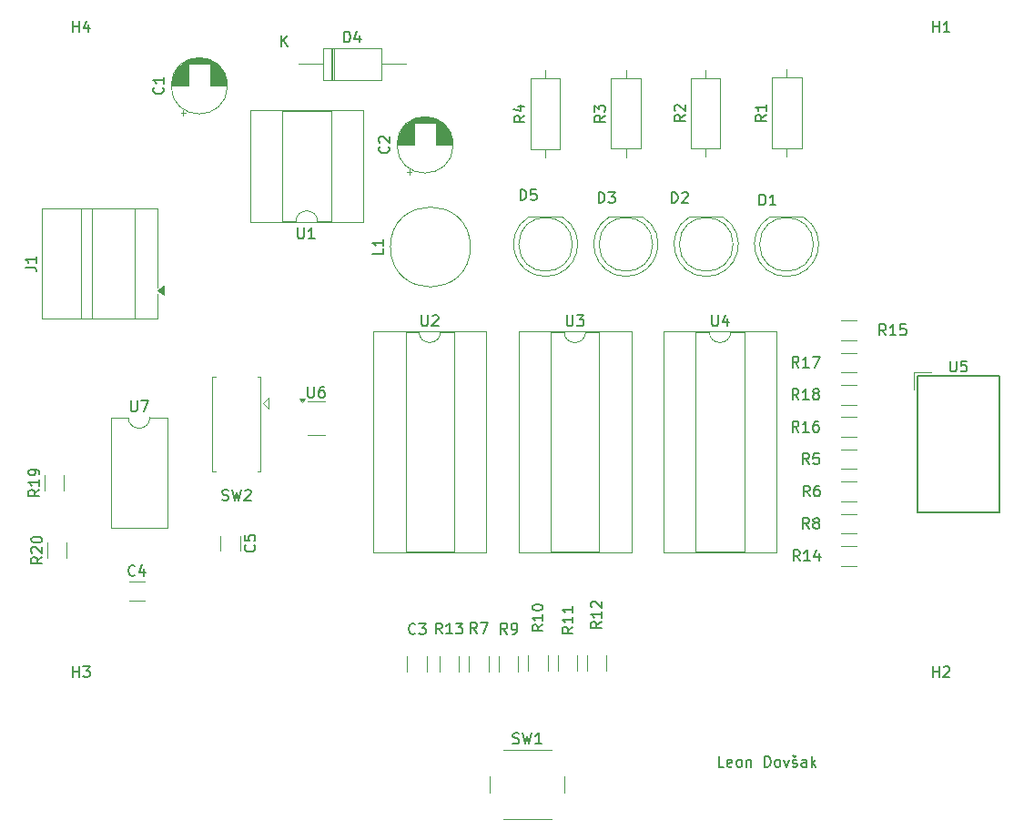
<source format=gbr>
%TF.GenerationSoftware,KiCad,Pcbnew,9.0.3*%
%TF.CreationDate,2025-12-16T11:33:01+01:00*%
%TF.ProjectId,PTP_Project1_Dovsak,5054505f-5072-46f6-9a65-6374315f446f,rev?*%
%TF.SameCoordinates,Original*%
%TF.FileFunction,Legend,Top*%
%TF.FilePolarity,Positive*%
%FSLAX46Y46*%
G04 Gerber Fmt 4.6, Leading zero omitted, Abs format (unit mm)*
G04 Created by KiCad (PCBNEW 9.0.3) date 2025-12-16 11:33:01*
%MOMM*%
%LPD*%
G01*
G04 APERTURE LIST*
%ADD10C,0.150000*%
%ADD11C,0.120000*%
G04 APERTURE END LIST*
D10*
X224312969Y-133369819D02*
X223836779Y-133369819D01*
X223836779Y-133369819D02*
X223836779Y-132369819D01*
X225027255Y-133322200D02*
X224932017Y-133369819D01*
X224932017Y-133369819D02*
X224741541Y-133369819D01*
X224741541Y-133369819D02*
X224646303Y-133322200D01*
X224646303Y-133322200D02*
X224598684Y-133226961D01*
X224598684Y-133226961D02*
X224598684Y-132846009D01*
X224598684Y-132846009D02*
X224646303Y-132750771D01*
X224646303Y-132750771D02*
X224741541Y-132703152D01*
X224741541Y-132703152D02*
X224932017Y-132703152D01*
X224932017Y-132703152D02*
X225027255Y-132750771D01*
X225027255Y-132750771D02*
X225074874Y-132846009D01*
X225074874Y-132846009D02*
X225074874Y-132941247D01*
X225074874Y-132941247D02*
X224598684Y-133036485D01*
X225646303Y-133369819D02*
X225551065Y-133322200D01*
X225551065Y-133322200D02*
X225503446Y-133274580D01*
X225503446Y-133274580D02*
X225455827Y-133179342D01*
X225455827Y-133179342D02*
X225455827Y-132893628D01*
X225455827Y-132893628D02*
X225503446Y-132798390D01*
X225503446Y-132798390D02*
X225551065Y-132750771D01*
X225551065Y-132750771D02*
X225646303Y-132703152D01*
X225646303Y-132703152D02*
X225789160Y-132703152D01*
X225789160Y-132703152D02*
X225884398Y-132750771D01*
X225884398Y-132750771D02*
X225932017Y-132798390D01*
X225932017Y-132798390D02*
X225979636Y-132893628D01*
X225979636Y-132893628D02*
X225979636Y-133179342D01*
X225979636Y-133179342D02*
X225932017Y-133274580D01*
X225932017Y-133274580D02*
X225884398Y-133322200D01*
X225884398Y-133322200D02*
X225789160Y-133369819D01*
X225789160Y-133369819D02*
X225646303Y-133369819D01*
X226408208Y-132703152D02*
X226408208Y-133369819D01*
X226408208Y-132798390D02*
X226455827Y-132750771D01*
X226455827Y-132750771D02*
X226551065Y-132703152D01*
X226551065Y-132703152D02*
X226693922Y-132703152D01*
X226693922Y-132703152D02*
X226789160Y-132750771D01*
X226789160Y-132750771D02*
X226836779Y-132846009D01*
X226836779Y-132846009D02*
X226836779Y-133369819D01*
X228074875Y-133369819D02*
X228074875Y-132369819D01*
X228074875Y-132369819D02*
X228312970Y-132369819D01*
X228312970Y-132369819D02*
X228455827Y-132417438D01*
X228455827Y-132417438D02*
X228551065Y-132512676D01*
X228551065Y-132512676D02*
X228598684Y-132607914D01*
X228598684Y-132607914D02*
X228646303Y-132798390D01*
X228646303Y-132798390D02*
X228646303Y-132941247D01*
X228646303Y-132941247D02*
X228598684Y-133131723D01*
X228598684Y-133131723D02*
X228551065Y-133226961D01*
X228551065Y-133226961D02*
X228455827Y-133322200D01*
X228455827Y-133322200D02*
X228312970Y-133369819D01*
X228312970Y-133369819D02*
X228074875Y-133369819D01*
X229217732Y-133369819D02*
X229122494Y-133322200D01*
X229122494Y-133322200D02*
X229074875Y-133274580D01*
X229074875Y-133274580D02*
X229027256Y-133179342D01*
X229027256Y-133179342D02*
X229027256Y-132893628D01*
X229027256Y-132893628D02*
X229074875Y-132798390D01*
X229074875Y-132798390D02*
X229122494Y-132750771D01*
X229122494Y-132750771D02*
X229217732Y-132703152D01*
X229217732Y-132703152D02*
X229360589Y-132703152D01*
X229360589Y-132703152D02*
X229455827Y-132750771D01*
X229455827Y-132750771D02*
X229503446Y-132798390D01*
X229503446Y-132798390D02*
X229551065Y-132893628D01*
X229551065Y-132893628D02*
X229551065Y-133179342D01*
X229551065Y-133179342D02*
X229503446Y-133274580D01*
X229503446Y-133274580D02*
X229455827Y-133322200D01*
X229455827Y-133322200D02*
X229360589Y-133369819D01*
X229360589Y-133369819D02*
X229217732Y-133369819D01*
X229884399Y-132703152D02*
X230122494Y-133369819D01*
X230122494Y-133369819D02*
X230360589Y-132703152D01*
X230693923Y-133322200D02*
X230789161Y-133369819D01*
X230789161Y-133369819D02*
X230979637Y-133369819D01*
X230979637Y-133369819D02*
X231074875Y-133322200D01*
X231074875Y-133322200D02*
X231122494Y-133226961D01*
X231122494Y-133226961D02*
X231122494Y-133179342D01*
X231122494Y-133179342D02*
X231074875Y-133084104D01*
X231074875Y-133084104D02*
X230979637Y-133036485D01*
X230979637Y-133036485D02*
X230836780Y-133036485D01*
X230836780Y-133036485D02*
X230741542Y-132988866D01*
X230741542Y-132988866D02*
X230693923Y-132893628D01*
X230693923Y-132893628D02*
X230693923Y-132846009D01*
X230693923Y-132846009D02*
X230741542Y-132750771D01*
X230741542Y-132750771D02*
X230836780Y-132703152D01*
X230836780Y-132703152D02*
X230979637Y-132703152D01*
X230979637Y-132703152D02*
X231074875Y-132750771D01*
X230693923Y-132322200D02*
X230884399Y-132465057D01*
X230884399Y-132465057D02*
X231074875Y-132322200D01*
X231979637Y-133369819D02*
X231979637Y-132846009D01*
X231979637Y-132846009D02*
X231932018Y-132750771D01*
X231932018Y-132750771D02*
X231836780Y-132703152D01*
X231836780Y-132703152D02*
X231646304Y-132703152D01*
X231646304Y-132703152D02*
X231551066Y-132750771D01*
X231979637Y-133322200D02*
X231884399Y-133369819D01*
X231884399Y-133369819D02*
X231646304Y-133369819D01*
X231646304Y-133369819D02*
X231551066Y-133322200D01*
X231551066Y-133322200D02*
X231503447Y-133226961D01*
X231503447Y-133226961D02*
X231503447Y-133131723D01*
X231503447Y-133131723D02*
X231551066Y-133036485D01*
X231551066Y-133036485D02*
X231646304Y-132988866D01*
X231646304Y-132988866D02*
X231884399Y-132988866D01*
X231884399Y-132988866D02*
X231979637Y-132941247D01*
X232455828Y-133369819D02*
X232455828Y-132369819D01*
X232551066Y-132988866D02*
X232836780Y-133369819D01*
X232836780Y-132703152D02*
X232455828Y-133084104D01*
X243738095Y-65004819D02*
X243738095Y-64004819D01*
X243738095Y-64481009D02*
X244309523Y-64481009D01*
X244309523Y-65004819D02*
X244309523Y-64004819D01*
X245309523Y-65004819D02*
X244738095Y-65004819D01*
X245023809Y-65004819D02*
X245023809Y-64004819D01*
X245023809Y-64004819D02*
X244928571Y-64147676D01*
X244928571Y-64147676D02*
X244833333Y-64242914D01*
X244833333Y-64242914D02*
X244738095Y-64290533D01*
X213259819Y-72761666D02*
X212783628Y-73094999D01*
X213259819Y-73333094D02*
X212259819Y-73333094D01*
X212259819Y-73333094D02*
X212259819Y-72952142D01*
X212259819Y-72952142D02*
X212307438Y-72856904D01*
X212307438Y-72856904D02*
X212355057Y-72809285D01*
X212355057Y-72809285D02*
X212450295Y-72761666D01*
X212450295Y-72761666D02*
X212593152Y-72761666D01*
X212593152Y-72761666D02*
X212688390Y-72809285D01*
X212688390Y-72809285D02*
X212736009Y-72856904D01*
X212736009Y-72856904D02*
X212783628Y-72952142D01*
X212783628Y-72952142D02*
X212783628Y-73333094D01*
X212259819Y-72428332D02*
X212259819Y-71809285D01*
X212259819Y-71809285D02*
X212640771Y-72142618D01*
X212640771Y-72142618D02*
X212640771Y-71999761D01*
X212640771Y-71999761D02*
X212688390Y-71904523D01*
X212688390Y-71904523D02*
X212736009Y-71856904D01*
X212736009Y-71856904D02*
X212831247Y-71809285D01*
X212831247Y-71809285D02*
X213069342Y-71809285D01*
X213069342Y-71809285D02*
X213164580Y-71856904D01*
X213164580Y-71856904D02*
X213212200Y-71904523D01*
X213212200Y-71904523D02*
X213259819Y-71999761D01*
X213259819Y-71999761D02*
X213259819Y-72285475D01*
X213259819Y-72285475D02*
X213212200Y-72380713D01*
X213212200Y-72380713D02*
X213164580Y-72428332D01*
X231257142Y-99204819D02*
X230923809Y-98728628D01*
X230685714Y-99204819D02*
X230685714Y-98204819D01*
X230685714Y-98204819D02*
X231066666Y-98204819D01*
X231066666Y-98204819D02*
X231161904Y-98252438D01*
X231161904Y-98252438D02*
X231209523Y-98300057D01*
X231209523Y-98300057D02*
X231257142Y-98395295D01*
X231257142Y-98395295D02*
X231257142Y-98538152D01*
X231257142Y-98538152D02*
X231209523Y-98633390D01*
X231209523Y-98633390D02*
X231161904Y-98681009D01*
X231161904Y-98681009D02*
X231066666Y-98728628D01*
X231066666Y-98728628D02*
X230685714Y-98728628D01*
X232209523Y-99204819D02*
X231638095Y-99204819D01*
X231923809Y-99204819D02*
X231923809Y-98204819D01*
X231923809Y-98204819D02*
X231828571Y-98347676D01*
X231828571Y-98347676D02*
X231733333Y-98442914D01*
X231733333Y-98442914D02*
X231638095Y-98490533D01*
X232780952Y-98633390D02*
X232685714Y-98585771D01*
X232685714Y-98585771D02*
X232638095Y-98538152D01*
X232638095Y-98538152D02*
X232590476Y-98442914D01*
X232590476Y-98442914D02*
X232590476Y-98395295D01*
X232590476Y-98395295D02*
X232638095Y-98300057D01*
X232638095Y-98300057D02*
X232685714Y-98252438D01*
X232685714Y-98252438D02*
X232780952Y-98204819D01*
X232780952Y-98204819D02*
X232971428Y-98204819D01*
X232971428Y-98204819D02*
X233066666Y-98252438D01*
X233066666Y-98252438D02*
X233114285Y-98300057D01*
X233114285Y-98300057D02*
X233161904Y-98395295D01*
X233161904Y-98395295D02*
X233161904Y-98442914D01*
X233161904Y-98442914D02*
X233114285Y-98538152D01*
X233114285Y-98538152D02*
X233066666Y-98585771D01*
X233066666Y-98585771D02*
X232971428Y-98633390D01*
X232971428Y-98633390D02*
X232780952Y-98633390D01*
X232780952Y-98633390D02*
X232685714Y-98681009D01*
X232685714Y-98681009D02*
X232638095Y-98728628D01*
X232638095Y-98728628D02*
X232590476Y-98823866D01*
X232590476Y-98823866D02*
X232590476Y-99014342D01*
X232590476Y-99014342D02*
X232638095Y-99109580D01*
X232638095Y-99109580D02*
X232685714Y-99157200D01*
X232685714Y-99157200D02*
X232780952Y-99204819D01*
X232780952Y-99204819D02*
X232971428Y-99204819D01*
X232971428Y-99204819D02*
X233066666Y-99157200D01*
X233066666Y-99157200D02*
X233114285Y-99109580D01*
X233114285Y-99109580D02*
X233161904Y-99014342D01*
X233161904Y-99014342D02*
X233161904Y-98823866D01*
X233161904Y-98823866D02*
X233114285Y-98728628D01*
X233114285Y-98728628D02*
X233066666Y-98681009D01*
X233066666Y-98681009D02*
X232971428Y-98633390D01*
X163738095Y-65004819D02*
X163738095Y-64004819D01*
X163738095Y-64481009D02*
X164309523Y-64481009D01*
X164309523Y-65004819D02*
X164309523Y-64004819D01*
X165214285Y-64338152D02*
X165214285Y-65004819D01*
X164976190Y-63957200D02*
X164738095Y-64671485D01*
X164738095Y-64671485D02*
X165357142Y-64671485D01*
X223178095Y-91344819D02*
X223178095Y-92154342D01*
X223178095Y-92154342D02*
X223225714Y-92249580D01*
X223225714Y-92249580D02*
X223273333Y-92297200D01*
X223273333Y-92297200D02*
X223368571Y-92344819D01*
X223368571Y-92344819D02*
X223559047Y-92344819D01*
X223559047Y-92344819D02*
X223654285Y-92297200D01*
X223654285Y-92297200D02*
X223701904Y-92249580D01*
X223701904Y-92249580D02*
X223749523Y-92154342D01*
X223749523Y-92154342D02*
X223749523Y-91344819D01*
X224654285Y-91678152D02*
X224654285Y-92344819D01*
X224416190Y-91297200D02*
X224178095Y-92011485D01*
X224178095Y-92011485D02*
X224797142Y-92011485D01*
X239357142Y-93204819D02*
X239023809Y-92728628D01*
X238785714Y-93204819D02*
X238785714Y-92204819D01*
X238785714Y-92204819D02*
X239166666Y-92204819D01*
X239166666Y-92204819D02*
X239261904Y-92252438D01*
X239261904Y-92252438D02*
X239309523Y-92300057D01*
X239309523Y-92300057D02*
X239357142Y-92395295D01*
X239357142Y-92395295D02*
X239357142Y-92538152D01*
X239357142Y-92538152D02*
X239309523Y-92633390D01*
X239309523Y-92633390D02*
X239261904Y-92681009D01*
X239261904Y-92681009D02*
X239166666Y-92728628D01*
X239166666Y-92728628D02*
X238785714Y-92728628D01*
X240309523Y-93204819D02*
X239738095Y-93204819D01*
X240023809Y-93204819D02*
X240023809Y-92204819D01*
X240023809Y-92204819D02*
X239928571Y-92347676D01*
X239928571Y-92347676D02*
X239833333Y-92442914D01*
X239833333Y-92442914D02*
X239738095Y-92490533D01*
X241214285Y-92204819D02*
X240738095Y-92204819D01*
X240738095Y-92204819D02*
X240690476Y-92681009D01*
X240690476Y-92681009D02*
X240738095Y-92633390D01*
X240738095Y-92633390D02*
X240833333Y-92585771D01*
X240833333Y-92585771D02*
X241071428Y-92585771D01*
X241071428Y-92585771D02*
X241166666Y-92633390D01*
X241166666Y-92633390D02*
X241214285Y-92681009D01*
X241214285Y-92681009D02*
X241261904Y-92776247D01*
X241261904Y-92776247D02*
X241261904Y-93014342D01*
X241261904Y-93014342D02*
X241214285Y-93109580D01*
X241214285Y-93109580D02*
X241166666Y-93157200D01*
X241166666Y-93157200D02*
X241071428Y-93204819D01*
X241071428Y-93204819D02*
X240833333Y-93204819D01*
X240833333Y-93204819D02*
X240738095Y-93157200D01*
X240738095Y-93157200D02*
X240690476Y-93109580D01*
X180609580Y-112729166D02*
X180657200Y-112776785D01*
X180657200Y-112776785D02*
X180704819Y-112919642D01*
X180704819Y-112919642D02*
X180704819Y-113014880D01*
X180704819Y-113014880D02*
X180657200Y-113157737D01*
X180657200Y-113157737D02*
X180561961Y-113252975D01*
X180561961Y-113252975D02*
X180466723Y-113300594D01*
X180466723Y-113300594D02*
X180276247Y-113348213D01*
X180276247Y-113348213D02*
X180133390Y-113348213D01*
X180133390Y-113348213D02*
X179942914Y-113300594D01*
X179942914Y-113300594D02*
X179847676Y-113252975D01*
X179847676Y-113252975D02*
X179752438Y-113157737D01*
X179752438Y-113157737D02*
X179704819Y-113014880D01*
X179704819Y-113014880D02*
X179704819Y-112919642D01*
X179704819Y-112919642D02*
X179752438Y-112776785D01*
X179752438Y-112776785D02*
X179800057Y-112729166D01*
X179704819Y-111824404D02*
X179704819Y-112300594D01*
X179704819Y-112300594D02*
X180181009Y-112348213D01*
X180181009Y-112348213D02*
X180133390Y-112300594D01*
X180133390Y-112300594D02*
X180085771Y-112205356D01*
X180085771Y-112205356D02*
X180085771Y-111967261D01*
X180085771Y-111967261D02*
X180133390Y-111872023D01*
X180133390Y-111872023D02*
X180181009Y-111824404D01*
X180181009Y-111824404D02*
X180276247Y-111776785D01*
X180276247Y-111776785D02*
X180514342Y-111776785D01*
X180514342Y-111776785D02*
X180609580Y-111824404D01*
X180609580Y-111824404D02*
X180657200Y-111872023D01*
X180657200Y-111872023D02*
X180704819Y-111967261D01*
X180704819Y-111967261D02*
X180704819Y-112205356D01*
X180704819Y-112205356D02*
X180657200Y-112300594D01*
X180657200Y-112300594D02*
X180609580Y-112348213D01*
X231257142Y-96204819D02*
X230923809Y-95728628D01*
X230685714Y-96204819D02*
X230685714Y-95204819D01*
X230685714Y-95204819D02*
X231066666Y-95204819D01*
X231066666Y-95204819D02*
X231161904Y-95252438D01*
X231161904Y-95252438D02*
X231209523Y-95300057D01*
X231209523Y-95300057D02*
X231257142Y-95395295D01*
X231257142Y-95395295D02*
X231257142Y-95538152D01*
X231257142Y-95538152D02*
X231209523Y-95633390D01*
X231209523Y-95633390D02*
X231161904Y-95681009D01*
X231161904Y-95681009D02*
X231066666Y-95728628D01*
X231066666Y-95728628D02*
X230685714Y-95728628D01*
X232209523Y-96204819D02*
X231638095Y-96204819D01*
X231923809Y-96204819D02*
X231923809Y-95204819D01*
X231923809Y-95204819D02*
X231828571Y-95347676D01*
X231828571Y-95347676D02*
X231733333Y-95442914D01*
X231733333Y-95442914D02*
X231638095Y-95490533D01*
X232542857Y-95204819D02*
X233209523Y-95204819D01*
X233209523Y-95204819D02*
X232780952Y-96204819D01*
X184647919Y-83231621D02*
X184647919Y-84041144D01*
X184647919Y-84041144D02*
X184695538Y-84136382D01*
X184695538Y-84136382D02*
X184743157Y-84184002D01*
X184743157Y-84184002D02*
X184838395Y-84231621D01*
X184838395Y-84231621D02*
X185028871Y-84231621D01*
X185028871Y-84231621D02*
X185124109Y-84184002D01*
X185124109Y-84184002D02*
X185171728Y-84136382D01*
X185171728Y-84136382D02*
X185219347Y-84041144D01*
X185219347Y-84041144D02*
X185219347Y-83231621D01*
X186219347Y-84231621D02*
X185647919Y-84231621D01*
X185933633Y-84231621D02*
X185933633Y-83231621D01*
X185933633Y-83231621D02*
X185838395Y-83374478D01*
X185838395Y-83374478D02*
X185743157Y-83469716D01*
X185743157Y-83469716D02*
X185647919Y-83517335D01*
X212636905Y-80904819D02*
X212636905Y-79904819D01*
X212636905Y-79904819D02*
X212875000Y-79904819D01*
X212875000Y-79904819D02*
X213017857Y-79952438D01*
X213017857Y-79952438D02*
X213113095Y-80047676D01*
X213113095Y-80047676D02*
X213160714Y-80142914D01*
X213160714Y-80142914D02*
X213208333Y-80333390D01*
X213208333Y-80333390D02*
X213208333Y-80476247D01*
X213208333Y-80476247D02*
X213160714Y-80666723D01*
X213160714Y-80666723D02*
X213113095Y-80761961D01*
X213113095Y-80761961D02*
X213017857Y-80857200D01*
X213017857Y-80857200D02*
X212875000Y-80904819D01*
X212875000Y-80904819D02*
X212636905Y-80904819D01*
X213541667Y-79904819D02*
X214160714Y-79904819D01*
X214160714Y-79904819D02*
X213827381Y-80285771D01*
X213827381Y-80285771D02*
X213970238Y-80285771D01*
X213970238Y-80285771D02*
X214065476Y-80333390D01*
X214065476Y-80333390D02*
X214113095Y-80381009D01*
X214113095Y-80381009D02*
X214160714Y-80476247D01*
X214160714Y-80476247D02*
X214160714Y-80714342D01*
X214160714Y-80714342D02*
X214113095Y-80809580D01*
X214113095Y-80809580D02*
X214065476Y-80857200D01*
X214065476Y-80857200D02*
X213970238Y-80904819D01*
X213970238Y-80904819D02*
X213684524Y-80904819D01*
X213684524Y-80904819D02*
X213589286Y-80857200D01*
X213589286Y-80857200D02*
X213541667Y-80809580D01*
X163738095Y-125004819D02*
X163738095Y-124004819D01*
X163738095Y-124481009D02*
X164309523Y-124481009D01*
X164309523Y-125004819D02*
X164309523Y-124004819D01*
X164690476Y-124004819D02*
X165309523Y-124004819D01*
X165309523Y-124004819D02*
X164976190Y-124385771D01*
X164976190Y-124385771D02*
X165119047Y-124385771D01*
X165119047Y-124385771D02*
X165214285Y-124433390D01*
X165214285Y-124433390D02*
X165261904Y-124481009D01*
X165261904Y-124481009D02*
X165309523Y-124576247D01*
X165309523Y-124576247D02*
X165309523Y-124814342D01*
X165309523Y-124814342D02*
X165261904Y-124909580D01*
X165261904Y-124909580D02*
X165214285Y-124957200D01*
X165214285Y-124957200D02*
X165119047Y-125004819D01*
X165119047Y-125004819D02*
X164833333Y-125004819D01*
X164833333Y-125004819D02*
X164738095Y-124957200D01*
X164738095Y-124957200D02*
X164690476Y-124909580D01*
X220684819Y-72711666D02*
X220208628Y-73044999D01*
X220684819Y-73283094D02*
X219684819Y-73283094D01*
X219684819Y-73283094D02*
X219684819Y-72902142D01*
X219684819Y-72902142D02*
X219732438Y-72806904D01*
X219732438Y-72806904D02*
X219780057Y-72759285D01*
X219780057Y-72759285D02*
X219875295Y-72711666D01*
X219875295Y-72711666D02*
X220018152Y-72711666D01*
X220018152Y-72711666D02*
X220113390Y-72759285D01*
X220113390Y-72759285D02*
X220161009Y-72806904D01*
X220161009Y-72806904D02*
X220208628Y-72902142D01*
X220208628Y-72902142D02*
X220208628Y-73283094D01*
X219780057Y-72330713D02*
X219732438Y-72283094D01*
X219732438Y-72283094D02*
X219684819Y-72187856D01*
X219684819Y-72187856D02*
X219684819Y-71949761D01*
X219684819Y-71949761D02*
X219732438Y-71854523D01*
X219732438Y-71854523D02*
X219780057Y-71806904D01*
X219780057Y-71806904D02*
X219875295Y-71759285D01*
X219875295Y-71759285D02*
X219970533Y-71759285D01*
X219970533Y-71759285D02*
X220113390Y-71806904D01*
X220113390Y-71806904D02*
X220684819Y-72378332D01*
X220684819Y-72378332D02*
X220684819Y-71759285D01*
X232283333Y-108204819D02*
X231950000Y-107728628D01*
X231711905Y-108204819D02*
X231711905Y-107204819D01*
X231711905Y-107204819D02*
X232092857Y-107204819D01*
X232092857Y-107204819D02*
X232188095Y-107252438D01*
X232188095Y-107252438D02*
X232235714Y-107300057D01*
X232235714Y-107300057D02*
X232283333Y-107395295D01*
X232283333Y-107395295D02*
X232283333Y-107538152D01*
X232283333Y-107538152D02*
X232235714Y-107633390D01*
X232235714Y-107633390D02*
X232188095Y-107681009D01*
X232188095Y-107681009D02*
X232092857Y-107728628D01*
X232092857Y-107728628D02*
X231711905Y-107728628D01*
X233140476Y-107204819D02*
X232950000Y-107204819D01*
X232950000Y-107204819D02*
X232854762Y-107252438D01*
X232854762Y-107252438D02*
X232807143Y-107300057D01*
X232807143Y-107300057D02*
X232711905Y-107442914D01*
X232711905Y-107442914D02*
X232664286Y-107633390D01*
X232664286Y-107633390D02*
X232664286Y-108014342D01*
X232664286Y-108014342D02*
X232711905Y-108109580D01*
X232711905Y-108109580D02*
X232759524Y-108157200D01*
X232759524Y-108157200D02*
X232854762Y-108204819D01*
X232854762Y-108204819D02*
X233045238Y-108204819D01*
X233045238Y-108204819D02*
X233140476Y-108157200D01*
X233140476Y-108157200D02*
X233188095Y-108109580D01*
X233188095Y-108109580D02*
X233235714Y-108014342D01*
X233235714Y-108014342D02*
X233235714Y-107776247D01*
X233235714Y-107776247D02*
X233188095Y-107681009D01*
X233188095Y-107681009D02*
X233140476Y-107633390D01*
X233140476Y-107633390D02*
X233045238Y-107585771D01*
X233045238Y-107585771D02*
X232854762Y-107585771D01*
X232854762Y-107585771D02*
X232759524Y-107633390D01*
X232759524Y-107633390D02*
X232711905Y-107681009D01*
X232711905Y-107681009D02*
X232664286Y-107776247D01*
X243738095Y-125004819D02*
X243738095Y-124004819D01*
X243738095Y-124481009D02*
X244309523Y-124481009D01*
X244309523Y-125004819D02*
X244309523Y-124004819D01*
X244738095Y-124100057D02*
X244785714Y-124052438D01*
X244785714Y-124052438D02*
X244880952Y-124004819D01*
X244880952Y-124004819D02*
X245119047Y-124004819D01*
X245119047Y-124004819D02*
X245214285Y-124052438D01*
X245214285Y-124052438D02*
X245261904Y-124100057D01*
X245261904Y-124100057D02*
X245309523Y-124195295D01*
X245309523Y-124195295D02*
X245309523Y-124290533D01*
X245309523Y-124290533D02*
X245261904Y-124433390D01*
X245261904Y-124433390D02*
X244690476Y-125004819D01*
X244690476Y-125004819D02*
X245309523Y-125004819D01*
X169520833Y-115509580D02*
X169473214Y-115557200D01*
X169473214Y-115557200D02*
X169330357Y-115604819D01*
X169330357Y-115604819D02*
X169235119Y-115604819D01*
X169235119Y-115604819D02*
X169092262Y-115557200D01*
X169092262Y-115557200D02*
X168997024Y-115461961D01*
X168997024Y-115461961D02*
X168949405Y-115366723D01*
X168949405Y-115366723D02*
X168901786Y-115176247D01*
X168901786Y-115176247D02*
X168901786Y-115033390D01*
X168901786Y-115033390D02*
X168949405Y-114842914D01*
X168949405Y-114842914D02*
X168997024Y-114747676D01*
X168997024Y-114747676D02*
X169092262Y-114652438D01*
X169092262Y-114652438D02*
X169235119Y-114604819D01*
X169235119Y-114604819D02*
X169330357Y-114604819D01*
X169330357Y-114604819D02*
X169473214Y-114652438D01*
X169473214Y-114652438D02*
X169520833Y-114700057D01*
X170377976Y-114938152D02*
X170377976Y-115604819D01*
X170139881Y-114557200D02*
X169901786Y-115271485D01*
X169901786Y-115271485D02*
X170520833Y-115271485D01*
X205769819Y-72771666D02*
X205293628Y-73104999D01*
X205769819Y-73343094D02*
X204769819Y-73343094D01*
X204769819Y-73343094D02*
X204769819Y-72962142D01*
X204769819Y-72962142D02*
X204817438Y-72866904D01*
X204817438Y-72866904D02*
X204865057Y-72819285D01*
X204865057Y-72819285D02*
X204960295Y-72771666D01*
X204960295Y-72771666D02*
X205103152Y-72771666D01*
X205103152Y-72771666D02*
X205198390Y-72819285D01*
X205198390Y-72819285D02*
X205246009Y-72866904D01*
X205246009Y-72866904D02*
X205293628Y-72962142D01*
X205293628Y-72962142D02*
X205293628Y-73343094D01*
X205103152Y-71914523D02*
X205769819Y-71914523D01*
X204722200Y-72152618D02*
X205436485Y-72390713D01*
X205436485Y-72390713D02*
X205436485Y-71771666D01*
X204133333Y-121004819D02*
X203800000Y-120528628D01*
X203561905Y-121004819D02*
X203561905Y-120004819D01*
X203561905Y-120004819D02*
X203942857Y-120004819D01*
X203942857Y-120004819D02*
X204038095Y-120052438D01*
X204038095Y-120052438D02*
X204085714Y-120100057D01*
X204085714Y-120100057D02*
X204133333Y-120195295D01*
X204133333Y-120195295D02*
X204133333Y-120338152D01*
X204133333Y-120338152D02*
X204085714Y-120433390D01*
X204085714Y-120433390D02*
X204038095Y-120481009D01*
X204038095Y-120481009D02*
X203942857Y-120528628D01*
X203942857Y-120528628D02*
X203561905Y-120528628D01*
X204609524Y-121004819D02*
X204800000Y-121004819D01*
X204800000Y-121004819D02*
X204895238Y-120957200D01*
X204895238Y-120957200D02*
X204942857Y-120909580D01*
X204942857Y-120909580D02*
X205038095Y-120766723D01*
X205038095Y-120766723D02*
X205085714Y-120576247D01*
X205085714Y-120576247D02*
X205085714Y-120195295D01*
X205085714Y-120195295D02*
X205038095Y-120100057D01*
X205038095Y-120100057D02*
X204990476Y-120052438D01*
X204990476Y-120052438D02*
X204895238Y-120004819D01*
X204895238Y-120004819D02*
X204704762Y-120004819D01*
X204704762Y-120004819D02*
X204609524Y-120052438D01*
X204609524Y-120052438D02*
X204561905Y-120100057D01*
X204561905Y-120100057D02*
X204514286Y-120195295D01*
X204514286Y-120195295D02*
X204514286Y-120433390D01*
X204514286Y-120433390D02*
X204561905Y-120528628D01*
X204561905Y-120528628D02*
X204609524Y-120576247D01*
X204609524Y-120576247D02*
X204704762Y-120623866D01*
X204704762Y-120623866D02*
X204895238Y-120623866D01*
X204895238Y-120623866D02*
X204990476Y-120576247D01*
X204990476Y-120576247D02*
X205038095Y-120528628D01*
X205038095Y-120528628D02*
X205085714Y-120433390D01*
X227611905Y-81104819D02*
X227611905Y-80104819D01*
X227611905Y-80104819D02*
X227850000Y-80104819D01*
X227850000Y-80104819D02*
X227992857Y-80152438D01*
X227992857Y-80152438D02*
X228088095Y-80247676D01*
X228088095Y-80247676D02*
X228135714Y-80342914D01*
X228135714Y-80342914D02*
X228183333Y-80533390D01*
X228183333Y-80533390D02*
X228183333Y-80676247D01*
X228183333Y-80676247D02*
X228135714Y-80866723D01*
X228135714Y-80866723D02*
X228088095Y-80961961D01*
X228088095Y-80961961D02*
X227992857Y-81057200D01*
X227992857Y-81057200D02*
X227850000Y-81104819D01*
X227850000Y-81104819D02*
X227611905Y-81104819D01*
X229135714Y-81104819D02*
X228564286Y-81104819D01*
X228850000Y-81104819D02*
X228850000Y-80104819D01*
X228850000Y-80104819D02*
X228754762Y-80247676D01*
X228754762Y-80247676D02*
X228659524Y-80342914D01*
X228659524Y-80342914D02*
X228564286Y-80390533D01*
X160874819Y-113842857D02*
X160398628Y-114176190D01*
X160874819Y-114414285D02*
X159874819Y-114414285D01*
X159874819Y-114414285D02*
X159874819Y-114033333D01*
X159874819Y-114033333D02*
X159922438Y-113938095D01*
X159922438Y-113938095D02*
X159970057Y-113890476D01*
X159970057Y-113890476D02*
X160065295Y-113842857D01*
X160065295Y-113842857D02*
X160208152Y-113842857D01*
X160208152Y-113842857D02*
X160303390Y-113890476D01*
X160303390Y-113890476D02*
X160351009Y-113938095D01*
X160351009Y-113938095D02*
X160398628Y-114033333D01*
X160398628Y-114033333D02*
X160398628Y-114414285D01*
X159970057Y-113461904D02*
X159922438Y-113414285D01*
X159922438Y-113414285D02*
X159874819Y-113319047D01*
X159874819Y-113319047D02*
X159874819Y-113080952D01*
X159874819Y-113080952D02*
X159922438Y-112985714D01*
X159922438Y-112985714D02*
X159970057Y-112938095D01*
X159970057Y-112938095D02*
X160065295Y-112890476D01*
X160065295Y-112890476D02*
X160160533Y-112890476D01*
X160160533Y-112890476D02*
X160303390Y-112938095D01*
X160303390Y-112938095D02*
X160874819Y-113509523D01*
X160874819Y-113509523D02*
X160874819Y-112890476D01*
X159874819Y-112271428D02*
X159874819Y-112176190D01*
X159874819Y-112176190D02*
X159922438Y-112080952D01*
X159922438Y-112080952D02*
X159970057Y-112033333D01*
X159970057Y-112033333D02*
X160065295Y-111985714D01*
X160065295Y-111985714D02*
X160255771Y-111938095D01*
X160255771Y-111938095D02*
X160493866Y-111938095D01*
X160493866Y-111938095D02*
X160684342Y-111985714D01*
X160684342Y-111985714D02*
X160779580Y-112033333D01*
X160779580Y-112033333D02*
X160827200Y-112080952D01*
X160827200Y-112080952D02*
X160874819Y-112176190D01*
X160874819Y-112176190D02*
X160874819Y-112271428D01*
X160874819Y-112271428D02*
X160827200Y-112366666D01*
X160827200Y-112366666D02*
X160779580Y-112414285D01*
X160779580Y-112414285D02*
X160684342Y-112461904D01*
X160684342Y-112461904D02*
X160493866Y-112509523D01*
X160493866Y-112509523D02*
X160255771Y-112509523D01*
X160255771Y-112509523D02*
X160065295Y-112461904D01*
X160065295Y-112461904D02*
X159970057Y-112414285D01*
X159970057Y-112414285D02*
X159922438Y-112366666D01*
X159922438Y-112366666D02*
X159874819Y-112271428D01*
X205361905Y-80654819D02*
X205361905Y-79654819D01*
X205361905Y-79654819D02*
X205600000Y-79654819D01*
X205600000Y-79654819D02*
X205742857Y-79702438D01*
X205742857Y-79702438D02*
X205838095Y-79797676D01*
X205838095Y-79797676D02*
X205885714Y-79892914D01*
X205885714Y-79892914D02*
X205933333Y-80083390D01*
X205933333Y-80083390D02*
X205933333Y-80226247D01*
X205933333Y-80226247D02*
X205885714Y-80416723D01*
X205885714Y-80416723D02*
X205838095Y-80511961D01*
X205838095Y-80511961D02*
X205742857Y-80607200D01*
X205742857Y-80607200D02*
X205600000Y-80654819D01*
X205600000Y-80654819D02*
X205361905Y-80654819D01*
X206838095Y-79654819D02*
X206361905Y-79654819D01*
X206361905Y-79654819D02*
X206314286Y-80131009D01*
X206314286Y-80131009D02*
X206361905Y-80083390D01*
X206361905Y-80083390D02*
X206457143Y-80035771D01*
X206457143Y-80035771D02*
X206695238Y-80035771D01*
X206695238Y-80035771D02*
X206790476Y-80083390D01*
X206790476Y-80083390D02*
X206838095Y-80131009D01*
X206838095Y-80131009D02*
X206885714Y-80226247D01*
X206885714Y-80226247D02*
X206885714Y-80464342D01*
X206885714Y-80464342D02*
X206838095Y-80559580D01*
X206838095Y-80559580D02*
X206790476Y-80607200D01*
X206790476Y-80607200D02*
X206695238Y-80654819D01*
X206695238Y-80654819D02*
X206457143Y-80654819D01*
X206457143Y-80654819D02*
X206361905Y-80607200D01*
X206361905Y-80607200D02*
X206314286Y-80559580D01*
X231357142Y-114204819D02*
X231023809Y-113728628D01*
X230785714Y-114204819D02*
X230785714Y-113204819D01*
X230785714Y-113204819D02*
X231166666Y-113204819D01*
X231166666Y-113204819D02*
X231261904Y-113252438D01*
X231261904Y-113252438D02*
X231309523Y-113300057D01*
X231309523Y-113300057D02*
X231357142Y-113395295D01*
X231357142Y-113395295D02*
X231357142Y-113538152D01*
X231357142Y-113538152D02*
X231309523Y-113633390D01*
X231309523Y-113633390D02*
X231261904Y-113681009D01*
X231261904Y-113681009D02*
X231166666Y-113728628D01*
X231166666Y-113728628D02*
X230785714Y-113728628D01*
X232309523Y-114204819D02*
X231738095Y-114204819D01*
X232023809Y-114204819D02*
X232023809Y-113204819D01*
X232023809Y-113204819D02*
X231928571Y-113347676D01*
X231928571Y-113347676D02*
X231833333Y-113442914D01*
X231833333Y-113442914D02*
X231738095Y-113490533D01*
X233166666Y-113538152D02*
X233166666Y-114204819D01*
X232928571Y-113157200D02*
X232690476Y-113871485D01*
X232690476Y-113871485D02*
X233309523Y-113871485D01*
X195608333Y-120934580D02*
X195560714Y-120982200D01*
X195560714Y-120982200D02*
X195417857Y-121029819D01*
X195417857Y-121029819D02*
X195322619Y-121029819D01*
X195322619Y-121029819D02*
X195179762Y-120982200D01*
X195179762Y-120982200D02*
X195084524Y-120886961D01*
X195084524Y-120886961D02*
X195036905Y-120791723D01*
X195036905Y-120791723D02*
X194989286Y-120601247D01*
X194989286Y-120601247D02*
X194989286Y-120458390D01*
X194989286Y-120458390D02*
X195036905Y-120267914D01*
X195036905Y-120267914D02*
X195084524Y-120172676D01*
X195084524Y-120172676D02*
X195179762Y-120077438D01*
X195179762Y-120077438D02*
X195322619Y-120029819D01*
X195322619Y-120029819D02*
X195417857Y-120029819D01*
X195417857Y-120029819D02*
X195560714Y-120077438D01*
X195560714Y-120077438D02*
X195608333Y-120125057D01*
X195941667Y-120029819D02*
X196560714Y-120029819D01*
X196560714Y-120029819D02*
X196227381Y-120410771D01*
X196227381Y-120410771D02*
X196370238Y-120410771D01*
X196370238Y-120410771D02*
X196465476Y-120458390D01*
X196465476Y-120458390D02*
X196513095Y-120506009D01*
X196513095Y-120506009D02*
X196560714Y-120601247D01*
X196560714Y-120601247D02*
X196560714Y-120839342D01*
X196560714Y-120839342D02*
X196513095Y-120934580D01*
X196513095Y-120934580D02*
X196465476Y-120982200D01*
X196465476Y-120982200D02*
X196370238Y-121029819D01*
X196370238Y-121029819D02*
X196084524Y-121029819D01*
X196084524Y-121029819D02*
X195989286Y-120982200D01*
X195989286Y-120982200D02*
X195941667Y-120934580D01*
X188986905Y-65959819D02*
X188986905Y-64959819D01*
X188986905Y-64959819D02*
X189225000Y-64959819D01*
X189225000Y-64959819D02*
X189367857Y-65007438D01*
X189367857Y-65007438D02*
X189463095Y-65102676D01*
X189463095Y-65102676D02*
X189510714Y-65197914D01*
X189510714Y-65197914D02*
X189558333Y-65388390D01*
X189558333Y-65388390D02*
X189558333Y-65531247D01*
X189558333Y-65531247D02*
X189510714Y-65721723D01*
X189510714Y-65721723D02*
X189463095Y-65816961D01*
X189463095Y-65816961D02*
X189367857Y-65912200D01*
X189367857Y-65912200D02*
X189225000Y-65959819D01*
X189225000Y-65959819D02*
X188986905Y-65959819D01*
X190415476Y-65293152D02*
X190415476Y-65959819D01*
X190177381Y-64912200D02*
X189939286Y-65626485D01*
X189939286Y-65626485D02*
X190558333Y-65626485D01*
X183113095Y-66329819D02*
X183113095Y-65329819D01*
X183684523Y-66329819D02*
X183255952Y-65758390D01*
X183684523Y-65329819D02*
X183113095Y-65901247D01*
X169143095Y-99314819D02*
X169143095Y-100124342D01*
X169143095Y-100124342D02*
X169190714Y-100219580D01*
X169190714Y-100219580D02*
X169238333Y-100267200D01*
X169238333Y-100267200D02*
X169333571Y-100314819D01*
X169333571Y-100314819D02*
X169524047Y-100314819D01*
X169524047Y-100314819D02*
X169619285Y-100267200D01*
X169619285Y-100267200D02*
X169666904Y-100219580D01*
X169666904Y-100219580D02*
X169714523Y-100124342D01*
X169714523Y-100124342D02*
X169714523Y-99314819D01*
X170095476Y-99314819D02*
X170762142Y-99314819D01*
X170762142Y-99314819D02*
X170333571Y-100314819D01*
X193109580Y-75666666D02*
X193157200Y-75714285D01*
X193157200Y-75714285D02*
X193204819Y-75857142D01*
X193204819Y-75857142D02*
X193204819Y-75952380D01*
X193204819Y-75952380D02*
X193157200Y-76095237D01*
X193157200Y-76095237D02*
X193061961Y-76190475D01*
X193061961Y-76190475D02*
X192966723Y-76238094D01*
X192966723Y-76238094D02*
X192776247Y-76285713D01*
X192776247Y-76285713D02*
X192633390Y-76285713D01*
X192633390Y-76285713D02*
X192442914Y-76238094D01*
X192442914Y-76238094D02*
X192347676Y-76190475D01*
X192347676Y-76190475D02*
X192252438Y-76095237D01*
X192252438Y-76095237D02*
X192204819Y-75952380D01*
X192204819Y-75952380D02*
X192204819Y-75857142D01*
X192204819Y-75857142D02*
X192252438Y-75714285D01*
X192252438Y-75714285D02*
X192300057Y-75666666D01*
X192300057Y-75285713D02*
X192252438Y-75238094D01*
X192252438Y-75238094D02*
X192204819Y-75142856D01*
X192204819Y-75142856D02*
X192204819Y-74904761D01*
X192204819Y-74904761D02*
X192252438Y-74809523D01*
X192252438Y-74809523D02*
X192300057Y-74761904D01*
X192300057Y-74761904D02*
X192395295Y-74714285D01*
X192395295Y-74714285D02*
X192490533Y-74714285D01*
X192490533Y-74714285D02*
X192633390Y-74761904D01*
X192633390Y-74761904D02*
X193204819Y-75333332D01*
X193204819Y-75333332D02*
X193204819Y-74714285D01*
X192604819Y-85166666D02*
X192604819Y-85642856D01*
X192604819Y-85642856D02*
X191604819Y-85642856D01*
X192604819Y-84309523D02*
X192604819Y-84880951D01*
X192604819Y-84595237D02*
X191604819Y-84595237D01*
X191604819Y-84595237D02*
X191747676Y-84690475D01*
X191747676Y-84690475D02*
X191842914Y-84785713D01*
X191842914Y-84785713D02*
X191890533Y-84880951D01*
X204666667Y-131157200D02*
X204809524Y-131204819D01*
X204809524Y-131204819D02*
X205047619Y-131204819D01*
X205047619Y-131204819D02*
X205142857Y-131157200D01*
X205142857Y-131157200D02*
X205190476Y-131109580D01*
X205190476Y-131109580D02*
X205238095Y-131014342D01*
X205238095Y-131014342D02*
X205238095Y-130919104D01*
X205238095Y-130919104D02*
X205190476Y-130823866D01*
X205190476Y-130823866D02*
X205142857Y-130776247D01*
X205142857Y-130776247D02*
X205047619Y-130728628D01*
X205047619Y-130728628D02*
X204857143Y-130681009D01*
X204857143Y-130681009D02*
X204761905Y-130633390D01*
X204761905Y-130633390D02*
X204714286Y-130585771D01*
X204714286Y-130585771D02*
X204666667Y-130490533D01*
X204666667Y-130490533D02*
X204666667Y-130395295D01*
X204666667Y-130395295D02*
X204714286Y-130300057D01*
X204714286Y-130300057D02*
X204761905Y-130252438D01*
X204761905Y-130252438D02*
X204857143Y-130204819D01*
X204857143Y-130204819D02*
X205095238Y-130204819D01*
X205095238Y-130204819D02*
X205238095Y-130252438D01*
X205571429Y-130204819D02*
X205809524Y-131204819D01*
X205809524Y-131204819D02*
X206000000Y-130490533D01*
X206000000Y-130490533D02*
X206190476Y-131204819D01*
X206190476Y-131204819D02*
X206428572Y-130204819D01*
X207333333Y-131204819D02*
X206761905Y-131204819D01*
X207047619Y-131204819D02*
X207047619Y-130204819D01*
X207047619Y-130204819D02*
X206952381Y-130347676D01*
X206952381Y-130347676D02*
X206857143Y-130442914D01*
X206857143Y-130442914D02*
X206761905Y-130490533D01*
X177641667Y-108532200D02*
X177784524Y-108579819D01*
X177784524Y-108579819D02*
X178022619Y-108579819D01*
X178022619Y-108579819D02*
X178117857Y-108532200D01*
X178117857Y-108532200D02*
X178165476Y-108484580D01*
X178165476Y-108484580D02*
X178213095Y-108389342D01*
X178213095Y-108389342D02*
X178213095Y-108294104D01*
X178213095Y-108294104D02*
X178165476Y-108198866D01*
X178165476Y-108198866D02*
X178117857Y-108151247D01*
X178117857Y-108151247D02*
X178022619Y-108103628D01*
X178022619Y-108103628D02*
X177832143Y-108056009D01*
X177832143Y-108056009D02*
X177736905Y-108008390D01*
X177736905Y-108008390D02*
X177689286Y-107960771D01*
X177689286Y-107960771D02*
X177641667Y-107865533D01*
X177641667Y-107865533D02*
X177641667Y-107770295D01*
X177641667Y-107770295D02*
X177689286Y-107675057D01*
X177689286Y-107675057D02*
X177736905Y-107627438D01*
X177736905Y-107627438D02*
X177832143Y-107579819D01*
X177832143Y-107579819D02*
X178070238Y-107579819D01*
X178070238Y-107579819D02*
X178213095Y-107627438D01*
X178546429Y-107579819D02*
X178784524Y-108579819D01*
X178784524Y-108579819D02*
X178975000Y-107865533D01*
X178975000Y-107865533D02*
X179165476Y-108579819D01*
X179165476Y-108579819D02*
X179403572Y-107579819D01*
X179736905Y-107675057D02*
X179784524Y-107627438D01*
X179784524Y-107627438D02*
X179879762Y-107579819D01*
X179879762Y-107579819D02*
X180117857Y-107579819D01*
X180117857Y-107579819D02*
X180213095Y-107627438D01*
X180213095Y-107627438D02*
X180260714Y-107675057D01*
X180260714Y-107675057D02*
X180308333Y-107770295D01*
X180308333Y-107770295D02*
X180308333Y-107865533D01*
X180308333Y-107865533D02*
X180260714Y-108008390D01*
X180260714Y-108008390D02*
X179689286Y-108579819D01*
X179689286Y-108579819D02*
X180308333Y-108579819D01*
X210254819Y-120342857D02*
X209778628Y-120676190D01*
X210254819Y-120914285D02*
X209254819Y-120914285D01*
X209254819Y-120914285D02*
X209254819Y-120533333D01*
X209254819Y-120533333D02*
X209302438Y-120438095D01*
X209302438Y-120438095D02*
X209350057Y-120390476D01*
X209350057Y-120390476D02*
X209445295Y-120342857D01*
X209445295Y-120342857D02*
X209588152Y-120342857D01*
X209588152Y-120342857D02*
X209683390Y-120390476D01*
X209683390Y-120390476D02*
X209731009Y-120438095D01*
X209731009Y-120438095D02*
X209778628Y-120533333D01*
X209778628Y-120533333D02*
X209778628Y-120914285D01*
X210254819Y-119390476D02*
X210254819Y-119961904D01*
X210254819Y-119676190D02*
X209254819Y-119676190D01*
X209254819Y-119676190D02*
X209397676Y-119771428D01*
X209397676Y-119771428D02*
X209492914Y-119866666D01*
X209492914Y-119866666D02*
X209540533Y-119961904D01*
X210254819Y-118438095D02*
X210254819Y-119009523D01*
X210254819Y-118723809D02*
X209254819Y-118723809D01*
X209254819Y-118723809D02*
X209397676Y-118819047D01*
X209397676Y-118819047D02*
X209492914Y-118914285D01*
X209492914Y-118914285D02*
X209540533Y-119009523D01*
X209678095Y-91344819D02*
X209678095Y-92154342D01*
X209678095Y-92154342D02*
X209725714Y-92249580D01*
X209725714Y-92249580D02*
X209773333Y-92297200D01*
X209773333Y-92297200D02*
X209868571Y-92344819D01*
X209868571Y-92344819D02*
X210059047Y-92344819D01*
X210059047Y-92344819D02*
X210154285Y-92297200D01*
X210154285Y-92297200D02*
X210201904Y-92249580D01*
X210201904Y-92249580D02*
X210249523Y-92154342D01*
X210249523Y-92154342D02*
X210249523Y-91344819D01*
X210630476Y-91344819D02*
X211249523Y-91344819D01*
X211249523Y-91344819D02*
X210916190Y-91725771D01*
X210916190Y-91725771D02*
X211059047Y-91725771D01*
X211059047Y-91725771D02*
X211154285Y-91773390D01*
X211154285Y-91773390D02*
X211201904Y-91821009D01*
X211201904Y-91821009D02*
X211249523Y-91916247D01*
X211249523Y-91916247D02*
X211249523Y-92154342D01*
X211249523Y-92154342D02*
X211201904Y-92249580D01*
X211201904Y-92249580D02*
X211154285Y-92297200D01*
X211154285Y-92297200D02*
X211059047Y-92344819D01*
X211059047Y-92344819D02*
X210773333Y-92344819D01*
X210773333Y-92344819D02*
X210678095Y-92297200D01*
X210678095Y-92297200D02*
X210630476Y-92249580D01*
X245348095Y-95595819D02*
X245348095Y-96405342D01*
X245348095Y-96405342D02*
X245395714Y-96500580D01*
X245395714Y-96500580D02*
X245443333Y-96548200D01*
X245443333Y-96548200D02*
X245538571Y-96595819D01*
X245538571Y-96595819D02*
X245729047Y-96595819D01*
X245729047Y-96595819D02*
X245824285Y-96548200D01*
X245824285Y-96548200D02*
X245871904Y-96500580D01*
X245871904Y-96500580D02*
X245919523Y-96405342D01*
X245919523Y-96405342D02*
X245919523Y-95595819D01*
X246871904Y-95595819D02*
X246395714Y-95595819D01*
X246395714Y-95595819D02*
X246348095Y-96072009D01*
X246348095Y-96072009D02*
X246395714Y-96024390D01*
X246395714Y-96024390D02*
X246490952Y-95976771D01*
X246490952Y-95976771D02*
X246729047Y-95976771D01*
X246729047Y-95976771D02*
X246824285Y-96024390D01*
X246824285Y-96024390D02*
X246871904Y-96072009D01*
X246871904Y-96072009D02*
X246919523Y-96167247D01*
X246919523Y-96167247D02*
X246919523Y-96405342D01*
X246919523Y-96405342D02*
X246871904Y-96500580D01*
X246871904Y-96500580D02*
X246824285Y-96548200D01*
X246824285Y-96548200D02*
X246729047Y-96595819D01*
X246729047Y-96595819D02*
X246490952Y-96595819D01*
X246490952Y-96595819D02*
X246395714Y-96548200D01*
X246395714Y-96548200D02*
X246348095Y-96500580D01*
X201333333Y-120954819D02*
X201000000Y-120478628D01*
X200761905Y-120954819D02*
X200761905Y-119954819D01*
X200761905Y-119954819D02*
X201142857Y-119954819D01*
X201142857Y-119954819D02*
X201238095Y-120002438D01*
X201238095Y-120002438D02*
X201285714Y-120050057D01*
X201285714Y-120050057D02*
X201333333Y-120145295D01*
X201333333Y-120145295D02*
X201333333Y-120288152D01*
X201333333Y-120288152D02*
X201285714Y-120383390D01*
X201285714Y-120383390D02*
X201238095Y-120431009D01*
X201238095Y-120431009D02*
X201142857Y-120478628D01*
X201142857Y-120478628D02*
X200761905Y-120478628D01*
X201666667Y-119954819D02*
X202333333Y-119954819D01*
X202333333Y-119954819D02*
X201904762Y-120954819D01*
X232233333Y-105204819D02*
X231900000Y-104728628D01*
X231661905Y-105204819D02*
X231661905Y-104204819D01*
X231661905Y-104204819D02*
X232042857Y-104204819D01*
X232042857Y-104204819D02*
X232138095Y-104252438D01*
X232138095Y-104252438D02*
X232185714Y-104300057D01*
X232185714Y-104300057D02*
X232233333Y-104395295D01*
X232233333Y-104395295D02*
X232233333Y-104538152D01*
X232233333Y-104538152D02*
X232185714Y-104633390D01*
X232185714Y-104633390D02*
X232138095Y-104681009D01*
X232138095Y-104681009D02*
X232042857Y-104728628D01*
X232042857Y-104728628D02*
X231661905Y-104728628D01*
X233138095Y-104204819D02*
X232661905Y-104204819D01*
X232661905Y-104204819D02*
X232614286Y-104681009D01*
X232614286Y-104681009D02*
X232661905Y-104633390D01*
X232661905Y-104633390D02*
X232757143Y-104585771D01*
X232757143Y-104585771D02*
X232995238Y-104585771D01*
X232995238Y-104585771D02*
X233090476Y-104633390D01*
X233090476Y-104633390D02*
X233138095Y-104681009D01*
X233138095Y-104681009D02*
X233185714Y-104776247D01*
X233185714Y-104776247D02*
X233185714Y-105014342D01*
X233185714Y-105014342D02*
X233138095Y-105109580D01*
X233138095Y-105109580D02*
X233090476Y-105157200D01*
X233090476Y-105157200D02*
X232995238Y-105204819D01*
X232995238Y-105204819D02*
X232757143Y-105204819D01*
X232757143Y-105204819D02*
X232661905Y-105157200D01*
X232661905Y-105157200D02*
X232614286Y-105109580D01*
X231257142Y-102204819D02*
X230923809Y-101728628D01*
X230685714Y-102204819D02*
X230685714Y-101204819D01*
X230685714Y-101204819D02*
X231066666Y-101204819D01*
X231066666Y-101204819D02*
X231161904Y-101252438D01*
X231161904Y-101252438D02*
X231209523Y-101300057D01*
X231209523Y-101300057D02*
X231257142Y-101395295D01*
X231257142Y-101395295D02*
X231257142Y-101538152D01*
X231257142Y-101538152D02*
X231209523Y-101633390D01*
X231209523Y-101633390D02*
X231161904Y-101681009D01*
X231161904Y-101681009D02*
X231066666Y-101728628D01*
X231066666Y-101728628D02*
X230685714Y-101728628D01*
X232209523Y-102204819D02*
X231638095Y-102204819D01*
X231923809Y-102204819D02*
X231923809Y-101204819D01*
X231923809Y-101204819D02*
X231828571Y-101347676D01*
X231828571Y-101347676D02*
X231733333Y-101442914D01*
X231733333Y-101442914D02*
X231638095Y-101490533D01*
X233066666Y-101204819D02*
X232876190Y-101204819D01*
X232876190Y-101204819D02*
X232780952Y-101252438D01*
X232780952Y-101252438D02*
X232733333Y-101300057D01*
X232733333Y-101300057D02*
X232638095Y-101442914D01*
X232638095Y-101442914D02*
X232590476Y-101633390D01*
X232590476Y-101633390D02*
X232590476Y-102014342D01*
X232590476Y-102014342D02*
X232638095Y-102109580D01*
X232638095Y-102109580D02*
X232685714Y-102157200D01*
X232685714Y-102157200D02*
X232780952Y-102204819D01*
X232780952Y-102204819D02*
X232971428Y-102204819D01*
X232971428Y-102204819D02*
X233066666Y-102157200D01*
X233066666Y-102157200D02*
X233114285Y-102109580D01*
X233114285Y-102109580D02*
X233161904Y-102014342D01*
X233161904Y-102014342D02*
X233161904Y-101776247D01*
X233161904Y-101776247D02*
X233114285Y-101681009D01*
X233114285Y-101681009D02*
X233066666Y-101633390D01*
X233066666Y-101633390D02*
X232971428Y-101585771D01*
X232971428Y-101585771D02*
X232780952Y-101585771D01*
X232780952Y-101585771D02*
X232685714Y-101633390D01*
X232685714Y-101633390D02*
X232638095Y-101681009D01*
X232638095Y-101681009D02*
X232590476Y-101776247D01*
X228234819Y-72696666D02*
X227758628Y-73029999D01*
X228234819Y-73268094D02*
X227234819Y-73268094D01*
X227234819Y-73268094D02*
X227234819Y-72887142D01*
X227234819Y-72887142D02*
X227282438Y-72791904D01*
X227282438Y-72791904D02*
X227330057Y-72744285D01*
X227330057Y-72744285D02*
X227425295Y-72696666D01*
X227425295Y-72696666D02*
X227568152Y-72696666D01*
X227568152Y-72696666D02*
X227663390Y-72744285D01*
X227663390Y-72744285D02*
X227711009Y-72791904D01*
X227711009Y-72791904D02*
X227758628Y-72887142D01*
X227758628Y-72887142D02*
X227758628Y-73268094D01*
X228234819Y-71744285D02*
X228234819Y-72315713D01*
X228234819Y-72029999D02*
X227234819Y-72029999D01*
X227234819Y-72029999D02*
X227377676Y-72125237D01*
X227377676Y-72125237D02*
X227472914Y-72220475D01*
X227472914Y-72220475D02*
X227520533Y-72315713D01*
X219436905Y-80904819D02*
X219436905Y-79904819D01*
X219436905Y-79904819D02*
X219675000Y-79904819D01*
X219675000Y-79904819D02*
X219817857Y-79952438D01*
X219817857Y-79952438D02*
X219913095Y-80047676D01*
X219913095Y-80047676D02*
X219960714Y-80142914D01*
X219960714Y-80142914D02*
X220008333Y-80333390D01*
X220008333Y-80333390D02*
X220008333Y-80476247D01*
X220008333Y-80476247D02*
X219960714Y-80666723D01*
X219960714Y-80666723D02*
X219913095Y-80761961D01*
X219913095Y-80761961D02*
X219817857Y-80857200D01*
X219817857Y-80857200D02*
X219675000Y-80904819D01*
X219675000Y-80904819D02*
X219436905Y-80904819D01*
X220389286Y-80000057D02*
X220436905Y-79952438D01*
X220436905Y-79952438D02*
X220532143Y-79904819D01*
X220532143Y-79904819D02*
X220770238Y-79904819D01*
X220770238Y-79904819D02*
X220865476Y-79952438D01*
X220865476Y-79952438D02*
X220913095Y-80000057D01*
X220913095Y-80000057D02*
X220960714Y-80095295D01*
X220960714Y-80095295D02*
X220960714Y-80190533D01*
X220960714Y-80190533D02*
X220913095Y-80333390D01*
X220913095Y-80333390D02*
X220341667Y-80904819D01*
X220341667Y-80904819D02*
X220960714Y-80904819D01*
X160624819Y-107592857D02*
X160148628Y-107926190D01*
X160624819Y-108164285D02*
X159624819Y-108164285D01*
X159624819Y-108164285D02*
X159624819Y-107783333D01*
X159624819Y-107783333D02*
X159672438Y-107688095D01*
X159672438Y-107688095D02*
X159720057Y-107640476D01*
X159720057Y-107640476D02*
X159815295Y-107592857D01*
X159815295Y-107592857D02*
X159958152Y-107592857D01*
X159958152Y-107592857D02*
X160053390Y-107640476D01*
X160053390Y-107640476D02*
X160101009Y-107688095D01*
X160101009Y-107688095D02*
X160148628Y-107783333D01*
X160148628Y-107783333D02*
X160148628Y-108164285D01*
X160624819Y-106640476D02*
X160624819Y-107211904D01*
X160624819Y-106926190D02*
X159624819Y-106926190D01*
X159624819Y-106926190D02*
X159767676Y-107021428D01*
X159767676Y-107021428D02*
X159862914Y-107116666D01*
X159862914Y-107116666D02*
X159910533Y-107211904D01*
X160624819Y-106164285D02*
X160624819Y-105973809D01*
X160624819Y-105973809D02*
X160577200Y-105878571D01*
X160577200Y-105878571D02*
X160529580Y-105830952D01*
X160529580Y-105830952D02*
X160386723Y-105735714D01*
X160386723Y-105735714D02*
X160196247Y-105688095D01*
X160196247Y-105688095D02*
X159815295Y-105688095D01*
X159815295Y-105688095D02*
X159720057Y-105735714D01*
X159720057Y-105735714D02*
X159672438Y-105783333D01*
X159672438Y-105783333D02*
X159624819Y-105878571D01*
X159624819Y-105878571D02*
X159624819Y-106069047D01*
X159624819Y-106069047D02*
X159672438Y-106164285D01*
X159672438Y-106164285D02*
X159720057Y-106211904D01*
X159720057Y-106211904D02*
X159815295Y-106259523D01*
X159815295Y-106259523D02*
X160053390Y-106259523D01*
X160053390Y-106259523D02*
X160148628Y-106211904D01*
X160148628Y-106211904D02*
X160196247Y-106164285D01*
X160196247Y-106164285D02*
X160243866Y-106069047D01*
X160243866Y-106069047D02*
X160243866Y-105878571D01*
X160243866Y-105878571D02*
X160196247Y-105783333D01*
X160196247Y-105783333D02*
X160148628Y-105735714D01*
X160148628Y-105735714D02*
X160053390Y-105688095D01*
X207454819Y-120142857D02*
X206978628Y-120476190D01*
X207454819Y-120714285D02*
X206454819Y-120714285D01*
X206454819Y-120714285D02*
X206454819Y-120333333D01*
X206454819Y-120333333D02*
X206502438Y-120238095D01*
X206502438Y-120238095D02*
X206550057Y-120190476D01*
X206550057Y-120190476D02*
X206645295Y-120142857D01*
X206645295Y-120142857D02*
X206788152Y-120142857D01*
X206788152Y-120142857D02*
X206883390Y-120190476D01*
X206883390Y-120190476D02*
X206931009Y-120238095D01*
X206931009Y-120238095D02*
X206978628Y-120333333D01*
X206978628Y-120333333D02*
X206978628Y-120714285D01*
X207454819Y-119190476D02*
X207454819Y-119761904D01*
X207454819Y-119476190D02*
X206454819Y-119476190D01*
X206454819Y-119476190D02*
X206597676Y-119571428D01*
X206597676Y-119571428D02*
X206692914Y-119666666D01*
X206692914Y-119666666D02*
X206740533Y-119761904D01*
X206454819Y-118571428D02*
X206454819Y-118476190D01*
X206454819Y-118476190D02*
X206502438Y-118380952D01*
X206502438Y-118380952D02*
X206550057Y-118333333D01*
X206550057Y-118333333D02*
X206645295Y-118285714D01*
X206645295Y-118285714D02*
X206835771Y-118238095D01*
X206835771Y-118238095D02*
X207073866Y-118238095D01*
X207073866Y-118238095D02*
X207264342Y-118285714D01*
X207264342Y-118285714D02*
X207359580Y-118333333D01*
X207359580Y-118333333D02*
X207407200Y-118380952D01*
X207407200Y-118380952D02*
X207454819Y-118476190D01*
X207454819Y-118476190D02*
X207454819Y-118571428D01*
X207454819Y-118571428D02*
X207407200Y-118666666D01*
X207407200Y-118666666D02*
X207359580Y-118714285D01*
X207359580Y-118714285D02*
X207264342Y-118761904D01*
X207264342Y-118761904D02*
X207073866Y-118809523D01*
X207073866Y-118809523D02*
X206835771Y-118809523D01*
X206835771Y-118809523D02*
X206645295Y-118761904D01*
X206645295Y-118761904D02*
X206550057Y-118714285D01*
X206550057Y-118714285D02*
X206502438Y-118666666D01*
X206502438Y-118666666D02*
X206454819Y-118571428D01*
X185600595Y-98004819D02*
X185600595Y-98814342D01*
X185600595Y-98814342D02*
X185648214Y-98909580D01*
X185648214Y-98909580D02*
X185695833Y-98957200D01*
X185695833Y-98957200D02*
X185791071Y-99004819D01*
X185791071Y-99004819D02*
X185981547Y-99004819D01*
X185981547Y-99004819D02*
X186076785Y-98957200D01*
X186076785Y-98957200D02*
X186124404Y-98909580D01*
X186124404Y-98909580D02*
X186172023Y-98814342D01*
X186172023Y-98814342D02*
X186172023Y-98004819D01*
X187076785Y-98004819D02*
X186886309Y-98004819D01*
X186886309Y-98004819D02*
X186791071Y-98052438D01*
X186791071Y-98052438D02*
X186743452Y-98100057D01*
X186743452Y-98100057D02*
X186648214Y-98242914D01*
X186648214Y-98242914D02*
X186600595Y-98433390D01*
X186600595Y-98433390D02*
X186600595Y-98814342D01*
X186600595Y-98814342D02*
X186648214Y-98909580D01*
X186648214Y-98909580D02*
X186695833Y-98957200D01*
X186695833Y-98957200D02*
X186791071Y-99004819D01*
X186791071Y-99004819D02*
X186981547Y-99004819D01*
X186981547Y-99004819D02*
X187076785Y-98957200D01*
X187076785Y-98957200D02*
X187124404Y-98909580D01*
X187124404Y-98909580D02*
X187172023Y-98814342D01*
X187172023Y-98814342D02*
X187172023Y-98576247D01*
X187172023Y-98576247D02*
X187124404Y-98481009D01*
X187124404Y-98481009D02*
X187076785Y-98433390D01*
X187076785Y-98433390D02*
X186981547Y-98385771D01*
X186981547Y-98385771D02*
X186791071Y-98385771D01*
X186791071Y-98385771D02*
X186695833Y-98433390D01*
X186695833Y-98433390D02*
X186648214Y-98481009D01*
X186648214Y-98481009D02*
X186600595Y-98576247D01*
X198089653Y-120985114D02*
X197756320Y-120508923D01*
X197518225Y-120985114D02*
X197518225Y-119985114D01*
X197518225Y-119985114D02*
X197899177Y-119985114D01*
X197899177Y-119985114D02*
X197994415Y-120032733D01*
X197994415Y-120032733D02*
X198042034Y-120080352D01*
X198042034Y-120080352D02*
X198089653Y-120175590D01*
X198089653Y-120175590D02*
X198089653Y-120318447D01*
X198089653Y-120318447D02*
X198042034Y-120413685D01*
X198042034Y-120413685D02*
X197994415Y-120461304D01*
X197994415Y-120461304D02*
X197899177Y-120508923D01*
X197899177Y-120508923D02*
X197518225Y-120508923D01*
X199042034Y-120985114D02*
X198470606Y-120985114D01*
X198756320Y-120985114D02*
X198756320Y-119985114D01*
X198756320Y-119985114D02*
X198661082Y-120127971D01*
X198661082Y-120127971D02*
X198565844Y-120223209D01*
X198565844Y-120223209D02*
X198470606Y-120270828D01*
X199375368Y-119985114D02*
X199994415Y-119985114D01*
X199994415Y-119985114D02*
X199661082Y-120366066D01*
X199661082Y-120366066D02*
X199803939Y-120366066D01*
X199803939Y-120366066D02*
X199899177Y-120413685D01*
X199899177Y-120413685D02*
X199946796Y-120461304D01*
X199946796Y-120461304D02*
X199994415Y-120556542D01*
X199994415Y-120556542D02*
X199994415Y-120794637D01*
X199994415Y-120794637D02*
X199946796Y-120889875D01*
X199946796Y-120889875D02*
X199899177Y-120937495D01*
X199899177Y-120937495D02*
X199803939Y-120985114D01*
X199803939Y-120985114D02*
X199518225Y-120985114D01*
X199518225Y-120985114D02*
X199422987Y-120937495D01*
X199422987Y-120937495D02*
X199375368Y-120889875D01*
X196178095Y-91344819D02*
X196178095Y-92154342D01*
X196178095Y-92154342D02*
X196225714Y-92249580D01*
X196225714Y-92249580D02*
X196273333Y-92297200D01*
X196273333Y-92297200D02*
X196368571Y-92344819D01*
X196368571Y-92344819D02*
X196559047Y-92344819D01*
X196559047Y-92344819D02*
X196654285Y-92297200D01*
X196654285Y-92297200D02*
X196701904Y-92249580D01*
X196701904Y-92249580D02*
X196749523Y-92154342D01*
X196749523Y-92154342D02*
X196749523Y-91344819D01*
X197178095Y-91440057D02*
X197225714Y-91392438D01*
X197225714Y-91392438D02*
X197320952Y-91344819D01*
X197320952Y-91344819D02*
X197559047Y-91344819D01*
X197559047Y-91344819D02*
X197654285Y-91392438D01*
X197654285Y-91392438D02*
X197701904Y-91440057D01*
X197701904Y-91440057D02*
X197749523Y-91535295D01*
X197749523Y-91535295D02*
X197749523Y-91630533D01*
X197749523Y-91630533D02*
X197701904Y-91773390D01*
X197701904Y-91773390D02*
X197130476Y-92344819D01*
X197130476Y-92344819D02*
X197749523Y-92344819D01*
X172109580Y-70166666D02*
X172157200Y-70214285D01*
X172157200Y-70214285D02*
X172204819Y-70357142D01*
X172204819Y-70357142D02*
X172204819Y-70452380D01*
X172204819Y-70452380D02*
X172157200Y-70595237D01*
X172157200Y-70595237D02*
X172061961Y-70690475D01*
X172061961Y-70690475D02*
X171966723Y-70738094D01*
X171966723Y-70738094D02*
X171776247Y-70785713D01*
X171776247Y-70785713D02*
X171633390Y-70785713D01*
X171633390Y-70785713D02*
X171442914Y-70738094D01*
X171442914Y-70738094D02*
X171347676Y-70690475D01*
X171347676Y-70690475D02*
X171252438Y-70595237D01*
X171252438Y-70595237D02*
X171204819Y-70452380D01*
X171204819Y-70452380D02*
X171204819Y-70357142D01*
X171204819Y-70357142D02*
X171252438Y-70214285D01*
X171252438Y-70214285D02*
X171300057Y-70166666D01*
X172204819Y-69214285D02*
X172204819Y-69785713D01*
X172204819Y-69499999D02*
X171204819Y-69499999D01*
X171204819Y-69499999D02*
X171347676Y-69595237D01*
X171347676Y-69595237D02*
X171442914Y-69690475D01*
X171442914Y-69690475D02*
X171490533Y-69785713D01*
X159309819Y-86883333D02*
X160024104Y-86883333D01*
X160024104Y-86883333D02*
X160166961Y-86930952D01*
X160166961Y-86930952D02*
X160262200Y-87026190D01*
X160262200Y-87026190D02*
X160309819Y-87169047D01*
X160309819Y-87169047D02*
X160309819Y-87264285D01*
X160309819Y-85883333D02*
X160309819Y-86454761D01*
X160309819Y-86169047D02*
X159309819Y-86169047D01*
X159309819Y-86169047D02*
X159452676Y-86264285D01*
X159452676Y-86264285D02*
X159547914Y-86359523D01*
X159547914Y-86359523D02*
X159595533Y-86454761D01*
X212929819Y-119867857D02*
X212453628Y-120201190D01*
X212929819Y-120439285D02*
X211929819Y-120439285D01*
X211929819Y-120439285D02*
X211929819Y-120058333D01*
X211929819Y-120058333D02*
X211977438Y-119963095D01*
X211977438Y-119963095D02*
X212025057Y-119915476D01*
X212025057Y-119915476D02*
X212120295Y-119867857D01*
X212120295Y-119867857D02*
X212263152Y-119867857D01*
X212263152Y-119867857D02*
X212358390Y-119915476D01*
X212358390Y-119915476D02*
X212406009Y-119963095D01*
X212406009Y-119963095D02*
X212453628Y-120058333D01*
X212453628Y-120058333D02*
X212453628Y-120439285D01*
X212929819Y-118915476D02*
X212929819Y-119486904D01*
X212929819Y-119201190D02*
X211929819Y-119201190D01*
X211929819Y-119201190D02*
X212072676Y-119296428D01*
X212072676Y-119296428D02*
X212167914Y-119391666D01*
X212167914Y-119391666D02*
X212215533Y-119486904D01*
X212025057Y-118534523D02*
X211977438Y-118486904D01*
X211977438Y-118486904D02*
X211929819Y-118391666D01*
X211929819Y-118391666D02*
X211929819Y-118153571D01*
X211929819Y-118153571D02*
X211977438Y-118058333D01*
X211977438Y-118058333D02*
X212025057Y-118010714D01*
X212025057Y-118010714D02*
X212120295Y-117963095D01*
X212120295Y-117963095D02*
X212215533Y-117963095D01*
X212215533Y-117963095D02*
X212358390Y-118010714D01*
X212358390Y-118010714D02*
X212929819Y-118582142D01*
X212929819Y-118582142D02*
X212929819Y-117963095D01*
X232233333Y-111204819D02*
X231900000Y-110728628D01*
X231661905Y-111204819D02*
X231661905Y-110204819D01*
X231661905Y-110204819D02*
X232042857Y-110204819D01*
X232042857Y-110204819D02*
X232138095Y-110252438D01*
X232138095Y-110252438D02*
X232185714Y-110300057D01*
X232185714Y-110300057D02*
X232233333Y-110395295D01*
X232233333Y-110395295D02*
X232233333Y-110538152D01*
X232233333Y-110538152D02*
X232185714Y-110633390D01*
X232185714Y-110633390D02*
X232138095Y-110681009D01*
X232138095Y-110681009D02*
X232042857Y-110728628D01*
X232042857Y-110728628D02*
X231661905Y-110728628D01*
X232804762Y-110633390D02*
X232709524Y-110585771D01*
X232709524Y-110585771D02*
X232661905Y-110538152D01*
X232661905Y-110538152D02*
X232614286Y-110442914D01*
X232614286Y-110442914D02*
X232614286Y-110395295D01*
X232614286Y-110395295D02*
X232661905Y-110300057D01*
X232661905Y-110300057D02*
X232709524Y-110252438D01*
X232709524Y-110252438D02*
X232804762Y-110204819D01*
X232804762Y-110204819D02*
X232995238Y-110204819D01*
X232995238Y-110204819D02*
X233090476Y-110252438D01*
X233090476Y-110252438D02*
X233138095Y-110300057D01*
X233138095Y-110300057D02*
X233185714Y-110395295D01*
X233185714Y-110395295D02*
X233185714Y-110442914D01*
X233185714Y-110442914D02*
X233138095Y-110538152D01*
X233138095Y-110538152D02*
X233090476Y-110585771D01*
X233090476Y-110585771D02*
X232995238Y-110633390D01*
X232995238Y-110633390D02*
X232804762Y-110633390D01*
X232804762Y-110633390D02*
X232709524Y-110681009D01*
X232709524Y-110681009D02*
X232661905Y-110728628D01*
X232661905Y-110728628D02*
X232614286Y-110823866D01*
X232614286Y-110823866D02*
X232614286Y-111014342D01*
X232614286Y-111014342D02*
X232661905Y-111109580D01*
X232661905Y-111109580D02*
X232709524Y-111157200D01*
X232709524Y-111157200D02*
X232804762Y-111204819D01*
X232804762Y-111204819D02*
X232995238Y-111204819D01*
X232995238Y-111204819D02*
X233090476Y-111157200D01*
X233090476Y-111157200D02*
X233138095Y-111109580D01*
X233138095Y-111109580D02*
X233185714Y-111014342D01*
X233185714Y-111014342D02*
X233185714Y-110823866D01*
X233185714Y-110823866D02*
X233138095Y-110728628D01*
X233138095Y-110728628D02*
X233090476Y-110681009D01*
X233090476Y-110681009D02*
X232995238Y-110633390D01*
D11*
%TO.C,R3*%
X215175000Y-68555000D02*
X215175000Y-69325000D01*
X215175000Y-76635000D02*
X215175000Y-75865000D01*
X213805000Y-75865000D02*
X216545000Y-75865000D01*
X216545000Y-69325000D01*
X213805000Y-69325000D01*
X213805000Y-75865000D01*
%TO.C,R18*%
X235222936Y-97840000D02*
X236677064Y-97840000D01*
X235222936Y-99660000D02*
X236677064Y-99660000D01*
%TO.C,U4*%
X221690000Y-92890000D02*
X221690000Y-113330000D01*
X221690000Y-113330000D02*
X226190000Y-113330000D01*
X222940000Y-92890000D02*
X221690000Y-92890000D01*
X226190000Y-92890000D02*
X224940000Y-92890000D01*
X226190000Y-113330000D02*
X226190000Y-92890000D01*
X218690000Y-92830000D02*
X229190000Y-92830000D01*
X229190000Y-113390000D01*
X218690000Y-113390000D01*
X218690000Y-92830000D01*
X224940000Y-92890000D02*
G75*
G02*
X222940000Y-92890000I-1000000J0D01*
G01*
%TO.C,R15*%
X236677064Y-91840000D02*
X235222936Y-91840000D01*
X236677064Y-93660000D02*
X235222936Y-93660000D01*
%TO.C,C5*%
X177490000Y-111851248D02*
X177490000Y-113273752D01*
X179310000Y-111851248D02*
X179310000Y-113273752D01*
%TO.C,R17*%
X235222936Y-94840000D02*
X236677064Y-94840000D01*
X235222936Y-96660000D02*
X236677064Y-96660000D01*
%TO.C,U1*%
X183250000Y-72360000D02*
X183250000Y-82640000D01*
X183250000Y-82640000D02*
X184500000Y-82640000D01*
X186500000Y-82640000D02*
X187750000Y-82640000D01*
X187750000Y-72360000D02*
X183250000Y-72360000D01*
X187750000Y-82640000D02*
X187750000Y-72360000D01*
X190750000Y-82700000D02*
X180250000Y-82700000D01*
X180250000Y-72300000D01*
X190750000Y-72300000D01*
X190750000Y-82700000D01*
X184500000Y-82640000D02*
G75*
G02*
X186500000Y-82640000I1000000J0D01*
G01*
%TO.C,D3*%
X216730000Y-82195000D02*
X213640000Y-82195000D01*
X215185000Y-87745000D02*
G75*
G02*
X213640170Y-82195000I0J2990000D01*
G01*
X216729830Y-82195000D02*
G75*
G02*
X215185000Y-87745000I-1544830J-2560000D01*
G01*
X217685000Y-84755000D02*
G75*
G02*
X212685000Y-84755000I-2500000J0D01*
G01*
X212685000Y-84755000D02*
G75*
G02*
X217685000Y-84755000I2500000J0D01*
G01*
%TO.C,R2*%
X222600000Y-68505000D02*
X222600000Y-69275000D01*
X222600000Y-76585000D02*
X222600000Y-75815000D01*
X221230000Y-75815000D02*
X223970000Y-75815000D01*
X223970000Y-69275000D01*
X221230000Y-69275000D01*
X221230000Y-75815000D01*
%TO.C,R6*%
X235222936Y-106840000D02*
X236677064Y-106840000D01*
X235222936Y-108660000D02*
X236677064Y-108660000D01*
%TO.C,C4*%
X168976248Y-116090000D02*
X170398752Y-116090000D01*
X168976248Y-117910000D02*
X170398752Y-117910000D01*
%TO.C,R4*%
X207685000Y-68565000D02*
X207685000Y-69335000D01*
X207685000Y-76645000D02*
X207685000Y-75875000D01*
X206315000Y-75875000D02*
X209055000Y-75875000D01*
X209055000Y-69335000D01*
X206315000Y-69335000D01*
X206315000Y-75875000D01*
%TO.C,R9*%
X203340000Y-124527064D02*
X203340000Y-123072936D01*
X205160000Y-124527064D02*
X205160000Y-123072936D01*
%TO.C,D1*%
X231670000Y-82195000D02*
X228580000Y-82195000D01*
X230125000Y-87745000D02*
G75*
G02*
X228580170Y-82195000I0J2990000D01*
G01*
X231669830Y-82195000D02*
G75*
G02*
X230125000Y-87745000I-1544830J-2560000D01*
G01*
X232625000Y-84755000D02*
G75*
G02*
X227625000Y-84755000I-2500000J0D01*
G01*
X227625000Y-84755000D02*
G75*
G02*
X232625000Y-84755000I2500000J0D01*
G01*
%TO.C,R20*%
X161340000Y-113927064D02*
X161340000Y-112472936D01*
X163160000Y-113927064D02*
X163160000Y-112472936D01*
%TO.C,D5*%
X209260000Y-82195000D02*
X206170000Y-82195000D01*
X207715000Y-87745000D02*
G75*
G02*
X206170170Y-82195000I0J2990000D01*
G01*
X209259830Y-82195000D02*
G75*
G02*
X207715000Y-87745000I-1544830J-2560000D01*
G01*
X210215000Y-84755000D02*
G75*
G02*
X205215000Y-84755000I-2500000J0D01*
G01*
X205215000Y-84755000D02*
G75*
G02*
X210215000Y-84755000I2500000J0D01*
G01*
%TO.C,R14*%
X235222936Y-112840000D02*
X236677064Y-112840000D01*
X235222936Y-114660000D02*
X236677064Y-114660000D01*
%TO.C,C3*%
X194840000Y-124523752D02*
X194840000Y-123101248D01*
X196660000Y-124523752D02*
X196660000Y-123101248D01*
%TO.C,D4*%
X184715000Y-67975000D02*
X187005000Y-67975000D01*
X187785000Y-66505000D02*
X187785000Y-69445000D01*
X187905000Y-66505000D02*
X187905000Y-69445000D01*
X188025000Y-66505000D02*
X188025000Y-69445000D01*
X194735000Y-67975000D02*
X192445000Y-67975000D01*
X187005000Y-66505000D02*
X192445000Y-66505000D01*
X192445000Y-69445000D01*
X187005000Y-69445000D01*
X187005000Y-66505000D01*
%TO.C,U7*%
X167255000Y-100860000D02*
X167255000Y-111140000D01*
X167255000Y-111140000D02*
X172555000Y-111140000D01*
X168905000Y-100860000D02*
X167255000Y-100860000D01*
X172555000Y-100860000D02*
X170905000Y-100860000D01*
X172555000Y-111140000D02*
X172555000Y-100860000D01*
X170905000Y-100860000D02*
G75*
G02*
X168905000Y-100860000I-1000000J0D01*
G01*
%TO.C,C2*%
X193920000Y-75460000D02*
X195460000Y-75460000D01*
X193920000Y-75500000D02*
X195460000Y-75500000D01*
X193921000Y-75420000D02*
X195460000Y-75420000D01*
X193923000Y-75380000D02*
X195460000Y-75380000D01*
X193925000Y-75340000D02*
X195460000Y-75340000D01*
X193928000Y-75300000D02*
X195460000Y-75300000D01*
X193931000Y-75260000D02*
X195460000Y-75260000D01*
X193935000Y-75220000D02*
X195460000Y-75220000D01*
X193940000Y-75180000D02*
X195460000Y-75180000D01*
X193945000Y-75140000D02*
X195460000Y-75140000D01*
X193951000Y-75100000D02*
X195460000Y-75100000D01*
X193957000Y-75060000D02*
X195460000Y-75060000D01*
X193964000Y-75020000D02*
X195460000Y-75020000D01*
X193972000Y-74980000D02*
X195460000Y-74980000D01*
X193981000Y-74940000D02*
X195460000Y-74940000D01*
X193990000Y-74900000D02*
X195460000Y-74900000D01*
X193999000Y-74860000D02*
X195460000Y-74860000D01*
X194010000Y-74820000D02*
X195460000Y-74820000D01*
X194021000Y-74780000D02*
X195460000Y-74780000D01*
X194033000Y-74740000D02*
X195460000Y-74740000D01*
X194045000Y-74700000D02*
X195460000Y-74700000D01*
X194058000Y-74660000D02*
X195460000Y-74660000D01*
X194072000Y-74620000D02*
X195460000Y-74620000D01*
X194087000Y-74580000D02*
X195460000Y-74580000D01*
X194102000Y-74540000D02*
X195460000Y-74540000D01*
X194118000Y-74500000D02*
X195460000Y-74500000D01*
X194135000Y-74460000D02*
X195460000Y-74460000D01*
X194153000Y-74420000D02*
X195460000Y-74420000D01*
X194171000Y-74380000D02*
X195460000Y-74380000D01*
X194191000Y-74340000D02*
X195460000Y-74340000D01*
X194211000Y-74300000D02*
X195460000Y-74300000D01*
X194232000Y-74260000D02*
X195460000Y-74260000D01*
X194254000Y-74220000D02*
X195460000Y-74220000D01*
X194277000Y-74180000D02*
X195460000Y-74180000D01*
X194301000Y-74140000D02*
X195460000Y-74140000D01*
X194325000Y-74100000D02*
X195460000Y-74100000D01*
X194351000Y-74060000D02*
X195460000Y-74060000D01*
X194378000Y-74020000D02*
X195460000Y-74020000D01*
X194406000Y-73980000D02*
X195460000Y-73980000D01*
X194435000Y-73940000D02*
X195460000Y-73940000D01*
X194465000Y-73900000D02*
X195460000Y-73900000D01*
X194497000Y-73860000D02*
X195460000Y-73860000D01*
X194530000Y-73820000D02*
X195460000Y-73820000D01*
X194564000Y-73780000D02*
X195460000Y-73780000D01*
X194599000Y-73740000D02*
X195460000Y-73740000D01*
X194636000Y-73700000D02*
X195460000Y-73700000D01*
X194675000Y-73660000D02*
X195460000Y-73660000D01*
X194715000Y-73620000D02*
X195460000Y-73620000D01*
X194757000Y-73580000D02*
X195460000Y-73580000D01*
X194775000Y-78054775D02*
X195275000Y-78054775D01*
X194801000Y-73540000D02*
X195460000Y-73540000D01*
X194848000Y-73500000D02*
X195460000Y-73500000D01*
X194896000Y-73460000D02*
X198104000Y-73460000D01*
X194947000Y-73420000D02*
X198053000Y-73420000D01*
X195001000Y-73380000D02*
X197999000Y-73380000D01*
X195025000Y-78304775D02*
X195025000Y-77804775D01*
X195057000Y-73340000D02*
X197943000Y-73340000D01*
X195117000Y-73300000D02*
X197883000Y-73300000D01*
X195181000Y-73260000D02*
X197819000Y-73260000D01*
X195249000Y-73220000D02*
X197751000Y-73220000D01*
X195323000Y-73180000D02*
X197677000Y-73180000D01*
X195402000Y-73140000D02*
X197598000Y-73140000D01*
X195489000Y-73100000D02*
X197511000Y-73100000D01*
X195586000Y-73060000D02*
X197414000Y-73060000D01*
X195695000Y-73020000D02*
X197305000Y-73020000D01*
X195823000Y-72980000D02*
X197177000Y-72980000D01*
X195983000Y-72940000D02*
X197017000Y-72940000D01*
X196217000Y-72900000D02*
X196783000Y-72900000D01*
X197540000Y-73500000D02*
X198152000Y-73500000D01*
X197540000Y-73540000D02*
X198199000Y-73540000D01*
X197540000Y-73580000D02*
X198243000Y-73580000D01*
X197540000Y-73620000D02*
X198285000Y-73620000D01*
X197540000Y-73660000D02*
X198325000Y-73660000D01*
X197540000Y-73700000D02*
X198364000Y-73700000D01*
X197540000Y-73740000D02*
X198401000Y-73740000D01*
X197540000Y-73780000D02*
X198436000Y-73780000D01*
X197540000Y-73820000D02*
X198470000Y-73820000D01*
X197540000Y-73860000D02*
X198503000Y-73860000D01*
X197540000Y-73900000D02*
X198535000Y-73900000D01*
X197540000Y-73940000D02*
X198565000Y-73940000D01*
X197540000Y-73980000D02*
X198594000Y-73980000D01*
X197540000Y-74020000D02*
X198622000Y-74020000D01*
X197540000Y-74060000D02*
X198649000Y-74060000D01*
X197540000Y-74100000D02*
X198675000Y-74100000D01*
X197540000Y-74140000D02*
X198699000Y-74140000D01*
X197540000Y-74180000D02*
X198723000Y-74180000D01*
X197540000Y-74220000D02*
X198746000Y-74220000D01*
X197540000Y-74260000D02*
X198768000Y-74260000D01*
X197540000Y-74300000D02*
X198789000Y-74300000D01*
X197540000Y-74340000D02*
X198809000Y-74340000D01*
X197540000Y-74380000D02*
X198829000Y-74380000D01*
X197540000Y-74420000D02*
X198847000Y-74420000D01*
X197540000Y-74460000D02*
X198865000Y-74460000D01*
X197540000Y-74500000D02*
X198882000Y-74500000D01*
X197540000Y-74540000D02*
X198898000Y-74540000D01*
X197540000Y-74580000D02*
X198913000Y-74580000D01*
X197540000Y-74620000D02*
X198928000Y-74620000D01*
X197540000Y-74660000D02*
X198942000Y-74660000D01*
X197540000Y-74700000D02*
X198955000Y-74700000D01*
X197540000Y-74740000D02*
X198967000Y-74740000D01*
X197540000Y-74780000D02*
X198979000Y-74780000D01*
X197540000Y-74820000D02*
X198990000Y-74820000D01*
X197540000Y-74860000D02*
X199001000Y-74860000D01*
X197540000Y-74900000D02*
X199010000Y-74900000D01*
X197540000Y-74940000D02*
X199019000Y-74940000D01*
X197540000Y-74980000D02*
X199028000Y-74980000D01*
X197540000Y-75020000D02*
X199036000Y-75020000D01*
X197540000Y-75060000D02*
X199043000Y-75060000D01*
X197540000Y-75100000D02*
X199049000Y-75100000D01*
X197540000Y-75140000D02*
X199055000Y-75140000D01*
X197540000Y-75180000D02*
X199060000Y-75180000D01*
X197540000Y-75220000D02*
X199065000Y-75220000D01*
X197540000Y-75260000D02*
X199069000Y-75260000D01*
X197540000Y-75300000D02*
X199072000Y-75300000D01*
X197540000Y-75340000D02*
X199075000Y-75340000D01*
X197540000Y-75380000D02*
X199077000Y-75380000D01*
X197540000Y-75420000D02*
X199079000Y-75420000D01*
X197540000Y-75460000D02*
X199080000Y-75460000D01*
X197540000Y-75500000D02*
X199080000Y-75500000D01*
X199120000Y-75500000D02*
G75*
G02*
X193880000Y-75500000I-2620000J0D01*
G01*
X193880000Y-75500000D02*
G75*
G02*
X199120000Y-75500000I2620000J0D01*
G01*
%TO.C,L1*%
X200720000Y-85000000D02*
G75*
G02*
X193280000Y-85000000I-3720000J0D01*
G01*
X193280000Y-85000000D02*
G75*
G02*
X200720000Y-85000000I3720000J0D01*
G01*
%TO.C,SW1*%
X202500000Y-134250000D02*
X202500000Y-135750000D01*
X203750000Y-138250000D02*
X208250000Y-138250000D01*
X208250000Y-131750000D02*
X203750000Y-131750000D01*
X209500000Y-135750000D02*
X209500000Y-134250000D01*
%TO.C,SW2*%
X176692500Y-97090000D02*
X177002500Y-97090000D01*
X176692500Y-105910000D02*
X176692500Y-97090000D01*
X176692500Y-105910000D02*
X177002500Y-105910000D01*
X180902500Y-97090000D02*
X181212500Y-97090000D01*
X181212500Y-97090000D02*
X181212500Y-105910000D01*
X181212500Y-105910000D02*
X180902500Y-105910000D01*
X181412500Y-99500000D02*
X181912500Y-100000000D01*
X181912500Y-99000000D02*
X181412500Y-99500000D01*
X181912500Y-100000000D02*
X181912500Y-99000000D01*
%TO.C,R11*%
X208840000Y-124427064D02*
X208840000Y-122972936D01*
X210660000Y-124427064D02*
X210660000Y-122972936D01*
%TO.C,U3*%
X208190000Y-92890000D02*
X208190000Y-113330000D01*
X208190000Y-113330000D02*
X212690000Y-113330000D01*
X209440000Y-92890000D02*
X208190000Y-92890000D01*
X212690000Y-92890000D02*
X211440000Y-92890000D01*
X212690000Y-113330000D02*
X212690000Y-92890000D01*
X205190000Y-92830000D02*
X215690000Y-92830000D01*
X215690000Y-113390000D01*
X205190000Y-113390000D01*
X205190000Y-92830000D01*
X211440000Y-92890000D02*
G75*
G02*
X209440000Y-92890000I-1000000J0D01*
G01*
%TO.C,U5*%
X241940000Y-96670000D02*
X243570000Y-96670000D01*
X241940000Y-98300000D02*
X241940000Y-96670000D01*
D10*
X242300000Y-97030000D02*
X242300000Y-109730000D01*
X242300000Y-109730000D02*
X249920000Y-109730000D01*
X249920000Y-97030000D02*
X242300000Y-97030000D01*
X249920000Y-109730000D02*
X249920000Y-97030000D01*
D11*
%TO.C,R7*%
X200590000Y-123072936D02*
X200590000Y-124527064D01*
X202410000Y-123072936D02*
X202410000Y-124527064D01*
%TO.C,R5*%
X235222936Y-103840000D02*
X236677064Y-103840000D01*
X235222936Y-105660000D02*
X236677064Y-105660000D01*
%TO.C,R16*%
X235222936Y-100840000D02*
X236677064Y-100840000D01*
X235222936Y-102660000D02*
X236677064Y-102660000D01*
%TO.C,R1*%
X230150000Y-68490000D02*
X230150000Y-69260000D01*
X230150000Y-76570000D02*
X230150000Y-75800000D01*
X228780000Y-75800000D02*
X231520000Y-75800000D01*
X231520000Y-69260000D01*
X228780000Y-69260000D01*
X228780000Y-75800000D01*
%TO.C,D2*%
X224200000Y-82195000D02*
X221110000Y-82195000D01*
X222655000Y-87745000D02*
G75*
G02*
X221110170Y-82195000I0J2990000D01*
G01*
X224199830Y-82195000D02*
G75*
G02*
X222655000Y-87745000I-1544830J-2560000D01*
G01*
X225155000Y-84755000D02*
G75*
G02*
X220155000Y-84755000I-2500000J0D01*
G01*
X220155000Y-84755000D02*
G75*
G02*
X225155000Y-84755000I2500000J0D01*
G01*
%TO.C,R19*%
X161090000Y-107677064D02*
X161090000Y-106222936D01*
X162910000Y-107677064D02*
X162910000Y-106222936D01*
%TO.C,R10*%
X206090000Y-124427064D02*
X206090000Y-122972936D01*
X207910000Y-124427064D02*
X207910000Y-122972936D01*
%TO.C,U6*%
X186362500Y-99390000D02*
X185562500Y-99390000D01*
X186362500Y-99390000D02*
X187162500Y-99390000D01*
X186362500Y-102510000D02*
X185562500Y-102510000D01*
X186362500Y-102510000D02*
X187162500Y-102510000D01*
X185062500Y-99440000D02*
X184822500Y-99110000D01*
X185302500Y-99110000D01*
X185062500Y-99440000D01*
G36*
X185062500Y-99440000D02*
G01*
X184822500Y-99110000D01*
X185302500Y-99110000D01*
X185062500Y-99440000D01*
G37*
%TO.C,R13*%
X197840000Y-124527064D02*
X197840000Y-123072936D01*
X199660000Y-124527064D02*
X199660000Y-123072936D01*
%TO.C,U2*%
X194690000Y-92890000D02*
X194690000Y-113330000D01*
X194690000Y-113330000D02*
X199190000Y-113330000D01*
X195940000Y-92890000D02*
X194690000Y-92890000D01*
X199190000Y-92890000D02*
X197940000Y-92890000D01*
X199190000Y-113330000D02*
X199190000Y-92890000D01*
X191690000Y-92830000D02*
X202190000Y-92830000D01*
X202190000Y-113390000D01*
X191690000Y-113390000D01*
X191690000Y-92830000D01*
X197940000Y-92890000D02*
G75*
G02*
X195940000Y-92890000I-1000000J0D01*
G01*
%TO.C,C1*%
X172920000Y-69960000D02*
X174460000Y-69960000D01*
X172920000Y-70000000D02*
X174460000Y-70000000D01*
X172921000Y-69920000D02*
X174460000Y-69920000D01*
X172923000Y-69880000D02*
X174460000Y-69880000D01*
X172925000Y-69840000D02*
X174460000Y-69840000D01*
X172928000Y-69800000D02*
X174460000Y-69800000D01*
X172931000Y-69760000D02*
X174460000Y-69760000D01*
X172935000Y-69720000D02*
X174460000Y-69720000D01*
X172940000Y-69680000D02*
X174460000Y-69680000D01*
X172945000Y-69640000D02*
X174460000Y-69640000D01*
X172951000Y-69600000D02*
X174460000Y-69600000D01*
X172957000Y-69560000D02*
X174460000Y-69560000D01*
X172964000Y-69520000D02*
X174460000Y-69520000D01*
X172972000Y-69480000D02*
X174460000Y-69480000D01*
X172981000Y-69440000D02*
X174460000Y-69440000D01*
X172990000Y-69400000D02*
X174460000Y-69400000D01*
X172999000Y-69360000D02*
X174460000Y-69360000D01*
X173010000Y-69320000D02*
X174460000Y-69320000D01*
X173021000Y-69280000D02*
X174460000Y-69280000D01*
X173033000Y-69240000D02*
X174460000Y-69240000D01*
X173045000Y-69200000D02*
X174460000Y-69200000D01*
X173058000Y-69160000D02*
X174460000Y-69160000D01*
X173072000Y-69120000D02*
X174460000Y-69120000D01*
X173087000Y-69080000D02*
X174460000Y-69080000D01*
X173102000Y-69040000D02*
X174460000Y-69040000D01*
X173118000Y-69000000D02*
X174460000Y-69000000D01*
X173135000Y-68960000D02*
X174460000Y-68960000D01*
X173153000Y-68920000D02*
X174460000Y-68920000D01*
X173171000Y-68880000D02*
X174460000Y-68880000D01*
X173191000Y-68840000D02*
X174460000Y-68840000D01*
X173211000Y-68800000D02*
X174460000Y-68800000D01*
X173232000Y-68760000D02*
X174460000Y-68760000D01*
X173254000Y-68720000D02*
X174460000Y-68720000D01*
X173277000Y-68680000D02*
X174460000Y-68680000D01*
X173301000Y-68640000D02*
X174460000Y-68640000D01*
X173325000Y-68600000D02*
X174460000Y-68600000D01*
X173351000Y-68560000D02*
X174460000Y-68560000D01*
X173378000Y-68520000D02*
X174460000Y-68520000D01*
X173406000Y-68480000D02*
X174460000Y-68480000D01*
X173435000Y-68440000D02*
X174460000Y-68440000D01*
X173465000Y-68400000D02*
X174460000Y-68400000D01*
X173497000Y-68360000D02*
X174460000Y-68360000D01*
X173530000Y-68320000D02*
X174460000Y-68320000D01*
X173564000Y-68280000D02*
X174460000Y-68280000D01*
X173599000Y-68240000D02*
X174460000Y-68240000D01*
X173636000Y-68200000D02*
X174460000Y-68200000D01*
X173675000Y-68160000D02*
X174460000Y-68160000D01*
X173715000Y-68120000D02*
X174460000Y-68120000D01*
X173757000Y-68080000D02*
X174460000Y-68080000D01*
X173775000Y-72554775D02*
X174275000Y-72554775D01*
X173801000Y-68040000D02*
X174460000Y-68040000D01*
X173848000Y-68000000D02*
X174460000Y-68000000D01*
X173896000Y-67960000D02*
X177104000Y-67960000D01*
X173947000Y-67920000D02*
X177053000Y-67920000D01*
X174001000Y-67880000D02*
X176999000Y-67880000D01*
X174025000Y-72804775D02*
X174025000Y-72304775D01*
X174057000Y-67840000D02*
X176943000Y-67840000D01*
X174117000Y-67800000D02*
X176883000Y-67800000D01*
X174181000Y-67760000D02*
X176819000Y-67760000D01*
X174249000Y-67720000D02*
X176751000Y-67720000D01*
X174323000Y-67680000D02*
X176677000Y-67680000D01*
X174402000Y-67640000D02*
X176598000Y-67640000D01*
X174489000Y-67600000D02*
X176511000Y-67600000D01*
X174586000Y-67560000D02*
X176414000Y-67560000D01*
X174695000Y-67520000D02*
X176305000Y-67520000D01*
X174823000Y-67480000D02*
X176177000Y-67480000D01*
X174983000Y-67440000D02*
X176017000Y-67440000D01*
X175217000Y-67400000D02*
X175783000Y-67400000D01*
X176540000Y-68000000D02*
X177152000Y-68000000D01*
X176540000Y-68040000D02*
X177199000Y-68040000D01*
X176540000Y-68080000D02*
X177243000Y-68080000D01*
X176540000Y-68120000D02*
X177285000Y-68120000D01*
X176540000Y-68160000D02*
X177325000Y-68160000D01*
X176540000Y-68200000D02*
X177364000Y-68200000D01*
X176540000Y-68240000D02*
X177401000Y-68240000D01*
X176540000Y-68280000D02*
X177436000Y-68280000D01*
X176540000Y-68320000D02*
X177470000Y-68320000D01*
X176540000Y-68360000D02*
X177503000Y-68360000D01*
X176540000Y-68400000D02*
X177535000Y-68400000D01*
X176540000Y-68440000D02*
X177565000Y-68440000D01*
X176540000Y-68480000D02*
X177594000Y-68480000D01*
X176540000Y-68520000D02*
X177622000Y-68520000D01*
X176540000Y-68560000D02*
X177649000Y-68560000D01*
X176540000Y-68600000D02*
X177675000Y-68600000D01*
X176540000Y-68640000D02*
X177699000Y-68640000D01*
X176540000Y-68680000D02*
X177723000Y-68680000D01*
X176540000Y-68720000D02*
X177746000Y-68720000D01*
X176540000Y-68760000D02*
X177768000Y-68760000D01*
X176540000Y-68800000D02*
X177789000Y-68800000D01*
X176540000Y-68840000D02*
X177809000Y-68840000D01*
X176540000Y-68880000D02*
X177829000Y-68880000D01*
X176540000Y-68920000D02*
X177847000Y-68920000D01*
X176540000Y-68960000D02*
X177865000Y-68960000D01*
X176540000Y-69000000D02*
X177882000Y-69000000D01*
X176540000Y-69040000D02*
X177898000Y-69040000D01*
X176540000Y-69080000D02*
X177913000Y-69080000D01*
X176540000Y-69120000D02*
X177928000Y-69120000D01*
X176540000Y-69160000D02*
X177942000Y-69160000D01*
X176540000Y-69200000D02*
X177955000Y-69200000D01*
X176540000Y-69240000D02*
X177967000Y-69240000D01*
X176540000Y-69280000D02*
X177979000Y-69280000D01*
X176540000Y-69320000D02*
X177990000Y-69320000D01*
X176540000Y-69360000D02*
X178001000Y-69360000D01*
X176540000Y-69400000D02*
X178010000Y-69400000D01*
X176540000Y-69440000D02*
X178019000Y-69440000D01*
X176540000Y-69480000D02*
X178028000Y-69480000D01*
X176540000Y-69520000D02*
X178036000Y-69520000D01*
X176540000Y-69560000D02*
X178043000Y-69560000D01*
X176540000Y-69600000D02*
X178049000Y-69600000D01*
X176540000Y-69640000D02*
X178055000Y-69640000D01*
X176540000Y-69680000D02*
X178060000Y-69680000D01*
X176540000Y-69720000D02*
X178065000Y-69720000D01*
X176540000Y-69760000D02*
X178069000Y-69760000D01*
X176540000Y-69800000D02*
X178072000Y-69800000D01*
X176540000Y-69840000D02*
X178075000Y-69840000D01*
X176540000Y-69880000D02*
X178077000Y-69880000D01*
X176540000Y-69920000D02*
X178079000Y-69920000D01*
X176540000Y-69960000D02*
X178080000Y-69960000D01*
X176540000Y-70000000D02*
X178080000Y-70000000D01*
X178120000Y-70000000D02*
G75*
G02*
X172880000Y-70000000I-2620000J0D01*
G01*
X172880000Y-70000000D02*
G75*
G02*
X178120000Y-70000000I2620000J0D01*
G01*
%TO.C,J1*%
X160855000Y-81430000D02*
X171595000Y-81430000D01*
X160855000Y-91670000D02*
X160855000Y-81430000D01*
X164475000Y-91670000D02*
X164475000Y-81430000D01*
X165475000Y-91670000D02*
X165475000Y-81430000D01*
X169475000Y-91670000D02*
X169475000Y-81430000D01*
X171595000Y-81430000D02*
X171595000Y-88750000D01*
X171595000Y-89350000D02*
X171595000Y-91670000D01*
X171595000Y-91670000D02*
X160855000Y-91670000D01*
X172205000Y-89490000D02*
X171595000Y-89050000D01*
X172205000Y-88610000D01*
X172205000Y-89490000D01*
G36*
X172205000Y-89490000D02*
G01*
X171595000Y-89050000D01*
X172205000Y-88610000D01*
X172205000Y-89490000D01*
G37*
%TO.C,R12*%
X211565000Y-124452064D02*
X211565000Y-122997936D01*
X213385000Y-124452064D02*
X213385000Y-122997936D01*
%TO.C,R8*%
X235222936Y-109840000D02*
X236677064Y-109840000D01*
X235222936Y-111660000D02*
X236677064Y-111660000D01*
%TD*%
M02*

</source>
